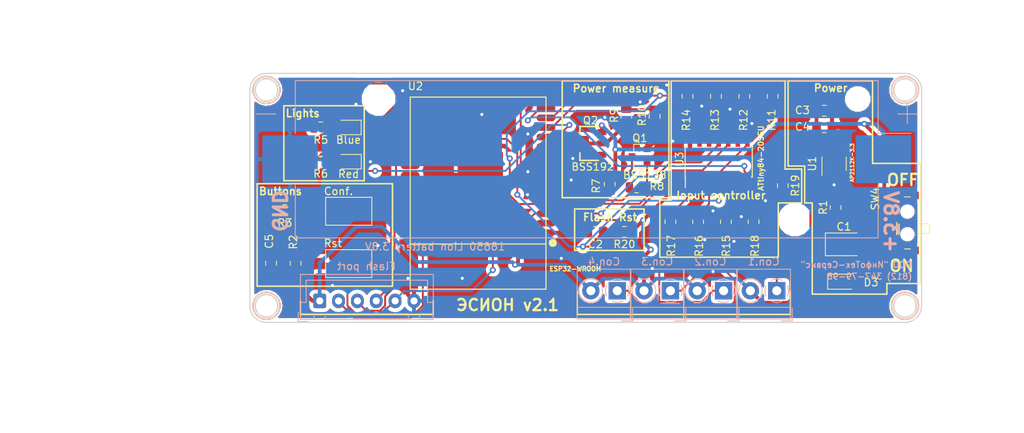
<source format=kicad_pcb>
(kicad_pcb (version 20171130) (host pcbnew 5.0.2-bee76a0~70~ubuntu18.04.1)
  (layers (0 F.Cu signal) (31 B.Cu signal) (34 B.Paste user) (35 F.Paste user) (36 B.SilkS user) (37 F.SilkS user) (38 B.Mask user) (39 F.Mask user) (44 Edge.Cuts user))
  (net 0 "")
  (net 1 GNDREF)
  (net 2 +3V3)
  (net 3 "Net-(D1-Pad2)")
  (net 4 "Net-(J2-Pad5)")
  (net 5 "Net-(J2-Pad3)")
  (net 6 "Net-(J2-Pad2)")
  (net 7 "Net-(R1-Pad2)")
  (net 8 "Net-(R3-Pad2)")
  (net 9 "Net-(U1-Pad4)")
  (net 10 "Net-(U2-Pad36)")
  (net 11 "Net-(U2-Pad33)")
  (net 12 "Net-(U2-Pad32)")
  (net 13 "Net-(U2-Pad28)")
  (net 14 "Net-(U2-Pad27)")
  (net 15 "Net-(U2-Pad21)")
  (net 16 "Net-(U2-Pad20)")
  (net 17 "Net-(U2-Pad19)")
  (net 18 "Net-(U2-Pad18)")
  (net 19 "Net-(U2-Pad17)")
  (net 20 "Net-(D2-Pad2)")
  (net 21 "Net-(SW4-Pad3)")
  (net 22 "Net-(C1-Pad1)")
  (net 23 "Net-(R19-Pad1)")
  (net 24 +3V8)
  (net 25 "Net-(C2-Pad1)")
  (net 26 "Net-(D3-Pad2)")
  (net 27 "Net-(J2-Pad4)")
  (net 28 "Net-(J5-Pad1)")
  (net 29 "Net-(J6-Pad1)")
  (net 30 "Net-(J7-Pad1)")
  (net 31 "Net-(J8-Pad1)")
  (net 32 "Net-(Q1-Pad3)")
  (net 33 "Net-(Q1-Pad1)")
  (net 34 "Net-(Q2-Pad2)")
  (net 35 "Net-(R5-Pad2)")
  (net 36 "Net-(R6-Pad1)")
  (net 37 IO25)
  (net 38 IO27)
  (net 39 "Net-(R11-Pad1)")
  (net 40 "Net-(R12-Pad1)")
  (net 41 "Net-(R13-Pad1)")
  (net 42 "Net-(R14-Pad1)")
  (net 43 "Net-(U2-Pad37)")
  (net 44 "Net-(U2-Pad31)")
  (net 45 "Net-(U2-Pad30)")
  (net 46 "Net-(U2-Pad29)")
  (net 47 "Net-(U2-Pad9)")
  (net 48 "Net-(U2-Pad8)")
  (net 49 "Net-(U3-Pad12)")
  (net 50 "Net-(U3-Pad13)")
  (net 51 "Net-(U2-Pad22)")
  (module SOT89R_INFINEON_bss192:SOT89R_INFINEON (layer F.Cu) (at 155.8 71.9 90)
    (fp_text reference Q2 (at 3.05 0.1 180) (layer F.SilkS))
    (fp_text value BSS192 (at -3.1 0.4 180) (layer F.SilkS) (effects (font (size 0.975197 0.975197))))
    (pad 4 smd rect (at 0 -1.3603 90) (size 2 2.5) (layers F.Cu F.Paste F.Mask) (net 34 "Net-(Q2-Pad2)"))
    (pad 3 smd rect (at 1.5 1.6 90) (size 0.8 1.2) (layers F.Cu F.Paste F.Mask) (net 24 +3V8))
    (pad 2 smd rect (at 0 1.6 90) (size 0.8 1.2) (layers F.Cu F.Paste F.Mask) (net 34 "Net-(Q2-Pad2)"))
    (pad 1 smd rect (at -1.5 1.6 90) (size 0.8 1.2) (layers F.Cu F.Paste F.Mask) (net 32 "Net-(Q1-Pad3)"))
  )
  (module ESP32-footprints-Lib:ESP32-WROOM (layer F.Cu) (at 141 78.5)
    (fp_text reference U2 (at -8.3 -14.2) (layer F.SilkS))
    (fp_text value ESP32-WROOM)
    (fp_text user ESP32-WROOM (at 12.9 10.05 180) (layer F.SilkS) (effects (font (size 0.6 0.6))))
    (pad 38 smd oval (at -9 5.25) (size 2.5 0.9) (layers F.Cu F.Paste F.Mask) (net 1 GNDREF))
    (pad 37 smd oval (at -9 3.98) (size 2.5 0.9) (layers F.Cu F.Paste F.Mask) (net 43 "Net-(U2-Pad37)"))
    (pad 36 smd oval (at -9 2.71) (size 2.5 0.9) (layers F.Cu F.Paste F.Mask) (net 10 "Net-(U2-Pad36)"))
    (pad 35 smd oval (at -9 1.44) (size 2.5 0.9) (layers F.Cu F.Paste F.Mask) (net 6 "Net-(J2-Pad2)"))
    (pad 34 smd oval (at -9 0.17) (size 2.5 0.9) (layers F.Cu F.Paste F.Mask) (net 5 "Net-(J2-Pad3)"))
    (pad 33 smd oval (at -9 -1.1) (size 2.5 0.9) (layers F.Cu F.Paste F.Mask) (net 11 "Net-(U2-Pad33)"))
    (pad 32 smd oval (at -9 -2.37) (size 2.5 0.9) (layers F.Cu F.Paste F.Mask) (net 12 "Net-(U2-Pad32)"))
    (pad 31 smd oval (at -9 -3.64) (size 2.5 0.9) (layers F.Cu F.Paste F.Mask) (net 44 "Net-(U2-Pad31)"))
    (pad 30 smd oval (at -9 -4.91) (size 2.5 0.9) (layers F.Cu F.Paste F.Mask) (net 45 "Net-(U2-Pad30)"))
    (pad 29 smd oval (at -9 -6.18) (size 2.5 0.9) (layers F.Cu F.Paste F.Mask) (net 46 "Net-(U2-Pad29)"))
    (pad 28 smd oval (at -9 -7.45) (size 2.5 0.9) (layers F.Cu F.Paste F.Mask) (net 13 "Net-(U2-Pad28)"))
    (pad 27 smd oval (at -9 -8.72) (size 2.5 0.9) (layers F.Cu F.Paste F.Mask) (net 14 "Net-(U2-Pad27)"))
    (pad 26 smd oval (at -9 -9.99) (size 2.5 0.9) (layers F.Cu F.Paste F.Mask) (net 36 "Net-(R6-Pad1)"))
    (pad 25 smd oval (at -9 -11.26) (size 2.5 0.9) (layers F.Cu F.Paste F.Mask) (net 27 "Net-(J2-Pad4)"))
    (pad 24 smd oval (at -5.715 -12.75) (size 0.9 2.5) (layers F.Cu F.Paste F.Mask) (net 35 "Net-(R5-Pad2)"))
    (pad 23 smd oval (at -4.445 -12.75) (size 0.9 2.5) (layers F.Cu F.Paste F.Mask) (net 25 "Net-(C2-Pad1)"))
    (pad 22 smd oval (at -3.175 -12.75) (size 0.9 2.5) (layers F.Cu F.Paste F.Mask) (net 51 "Net-(U2-Pad22)"))
    (pad 21 smd oval (at -1.905 -12.75) (size 0.9 2.5) (layers F.Cu F.Paste F.Mask) (net 15 "Net-(U2-Pad21)"))
    (pad 20 smd oval (at -0.635 -12.75) (size 0.9 2.5) (layers F.Cu F.Paste F.Mask) (net 16 "Net-(U2-Pad20)"))
    (pad 19 smd oval (at 0.635 -12.75) (size 0.9 2.5) (layers F.Cu F.Paste F.Mask) (net 17 "Net-(U2-Pad19)"))
    (pad 18 smd oval (at 1.905 -12.75) (size 0.9 2.5) (layers F.Cu F.Paste F.Mask) (net 18 "Net-(U2-Pad18)"))
    (pad 17 smd oval (at 3.175 -12.75) (size 0.9 2.5) (layers F.Cu F.Paste F.Mask) (net 19 "Net-(U2-Pad17)"))
    (pad 16 smd oval (at 4.445 -12.75) (size 0.9 2.5) (layers F.Cu F.Paste F.Mask) (net 39 "Net-(R11-Pad1)"))
    (pad 15 smd oval (at 5.715 -12.75) (size 0.9 2.5) (layers F.Cu F.Paste F.Mask) (net 1 GNDREF))
    (pad 14 smd oval (at 9 -11.26) (size 2.5 0.9) (layers F.Cu F.Paste F.Mask) (net 23 "Net-(R19-Pad1)"))
    (pad 13 smd oval (at 9 -9.99) (size 2.5 0.9) (layers F.Cu F.Paste F.Mask) (net 40 "Net-(R12-Pad1)"))
    (pad 12 smd oval (at 9 -8.72) (size 2.5 0.9) (layers F.Cu F.Paste F.Mask) (net 38 IO27))
    (pad 11 smd oval (at 9 -7.45) (size 2.5 0.9) (layers F.Cu F.Paste F.Mask) (net 8 "Net-(R3-Pad2)"))
    (pad 10 smd oval (at 9 -6.18) (size 2.5 0.9) (layers F.Cu F.Paste F.Mask) (net 37 IO25))
    (pad 9 smd oval (at 9 -4.91) (size 2.5 0.9) (layers F.Cu F.Paste F.Mask) (net 47 "Net-(U2-Pad9)"))
    (pad 8 smd oval (at 9 -3.64) (size 2.5 0.9) (layers F.Cu F.Paste F.Mask) (net 48 "Net-(U2-Pad8)"))
    (pad 7 smd oval (at 9 -2.37) (size 2.5 0.9) (layers F.Cu F.Paste F.Mask) (net 41 "Net-(R13-Pad1)"))
    (pad 6 smd oval (at 9 -1.1) (size 2.5 0.9) (layers F.Cu F.Paste F.Mask) (net 42 "Net-(R14-Pad1)"))
    (pad 5 smd oval (at 9 0.17) (size 2.5 0.9) (layers F.Cu F.Paste F.Mask) (net 39 "Net-(R11-Pad1)"))
    (pad 4 smd oval (at 9 1.44) (size 2.5 0.9) (layers F.Cu F.Paste F.Mask) (net 40 "Net-(R12-Pad1)"))
    (pad 3 smd oval (at 9 2.71) (size 2.5 0.9) (layers F.Cu F.Paste F.Mask) (net 4 "Net-(J2-Pad5)"))
    (pad 2 smd oval (at 9 3.98) (size 2.5 0.9) (layers F.Cu F.Paste F.Mask) (net 2 +3V3))
    (pad 1 smd oval (at 9 5.25) (size 2.5 0.9) (layers F.Cu F.Paste F.Mask) (net 1 GNDREF))
    (pad 39 smd rect (at 0.3 -2.45) (size 6 6) (layers F.Cu F.Paste F.Mask) (net 1 GNDREF))
  )
  (module Diode_SMD:D_PowerDI-123 (layer F.Cu) (at 189.55 90.25)
    (fp_text reference D3 (at 3.55 0.1) (layer F.SilkS))
    (fp_text value MBR120)
    (pad 2 smd rect (at 1.525 0 180) (size 1.05 1.5) (layers F.Cu F.Paste F.Mask) (net 26 "Net-(D3-Pad2)"))
    (pad 1 smd rect (at -0.85 0 180) (size 2.4 1.5) (layers F.Cu F.Paste F.Mask) (net 22 "Net-(C1-Pad1)"))
  )
  (module Capacitor_Tantalum_SMD:CP_EIA-3528-21_Kemet-B (layer F.Cu) (at 189.5 85.3)
    (fp_text reference C1 (at 0 -2.35) (layer F.SilkS))
    (fp_text value 10uF/10V)
    (pad 1 smd roundrect (at -1.5375 0) (size 1.325 2.35) (layers F.Cu F.Paste F.Mask) (roundrect_rratio 0.188679) (net 22 "Net-(C1-Pad1)"))
    (pad 2 smd roundrect (at 1.5375 0) (size 1.325 2.35) (layers F.Cu F.Paste F.Mask) (roundrect_rratio 0.188679) (net 1 GNDREF))
  )
  (module Capacitor_SMD:C_0805_2012Metric_Pad1.15x1.40mm_HandSolder (layer F.Cu) (at 156.569055 83.639924 180)
    (fp_text reference C2 (at 0 -1.65 180) (layer F.SilkS))
    (fp_text value 100nF)
    (pad 2 smd roundrect (at 1.025 0 180) (size 1.15 1.4) (layers F.Cu F.Paste F.Mask) (roundrect_rratio 0.217391) (net 1 GNDREF))
    (pad 1 smd roundrect (at -1.025 0 180) (size 1.15 1.4) (layers F.Cu F.Paste F.Mask) (roundrect_rratio 0.217391) (net 25 "Net-(C2-Pad1)"))
  )
  (module Capacitor_SMD:C_0805_2012Metric_Pad1.15x1.40mm_HandSolder (layer F.Cu) (at 186.895205 67.55502 180)
    (fp_text reference C3 (at 2.895205 0.05502 180) (layer F.SilkS))
    (fp_text value 0.1mF)
    (pad 2 smd roundrect (at 1.025 0 180) (size 1.15 1.4) (layers F.Cu F.Paste F.Mask) (roundrect_rratio 0.217391) (net 2 +3V3))
    (pad 1 smd roundrect (at -1.025 0 180) (size 1.15 1.4) (layers F.Cu F.Paste F.Mask) (roundrect_rratio 0.217391) (net 1 GNDREF))
  )
  (module Capacitor_SMD:C_0805_2012Metric_Pad1.15x1.40mm_HandSolder (layer F.Cu) (at 186.895205 69.75502)
    (fp_text reference C4 (at -2.895205 -0.05502) (layer F.SilkS))
    (fp_text value 10mF)
    (pad 1 smd roundrect (at -1.025 0) (size 1.15 1.4) (layers F.Cu F.Paste F.Mask) (roundrect_rratio 0.217391) (net 2 +3V3))
    (pad 2 smd roundrect (at 1.025 0) (size 1.15 1.4) (layers F.Cu F.Paste F.Mask) (roundrect_rratio 0.217391) (net 1 GNDREF))
  )
  (module Capacitor_SMD:C_0805_2012Metric_Pad1.15x1.40mm_HandSolder (layer F.Cu) (at 113.55 87.8 270)
    (fp_text reference C5 (at -2.9 0.25 270) (layer F.SilkS))
    (fp_text value 0.1uF)
    (pad 1 smd roundrect (at -1.025 0 270) (size 1.15 1.4) (layers F.Cu F.Paste F.Mask) (roundrect_rratio 0.217391) (net 2 +3V3))
    (pad 2 smd roundrect (at 1.025 0 270) (size 1.15 1.4) (layers F.Cu F.Paste F.Mask) (roundrect_rratio 0.217391) (net 1 GNDREF))
  )
  (module LED_SMD:LED_0805_2012Metric (layer F.Cu) (at 123.815756 69.775857 180)
    (fp_text reference Blue (at 0 -1.65 180) (layer F.SilkS))
    (fp_text value Blue)
    (pad 2 smd roundrect (at 0.9375 0 180) (size 0.975 1.4) (layers F.Cu F.Paste F.Mask) (net 3 "Net-(D1-Pad2)"))
    (pad 1 smd roundrect (at -0.9375 0 180) (size 0.975 1.4) (layers F.Cu F.Paste F.Mask) (net 1 GNDREF))
  )
  (module LED_SMD:LED_0805_2012Metric (layer F.Cu) (at 123.826466 74.325592 180)
    (fp_text reference Red (at 0 -1.65 180) (layer F.SilkS))
    (fp_text value Red)
    (pad 1 smd roundrect (at -0.9375 0 180) (size 0.975 1.4) (layers F.Cu F.Paste F.Mask) (net 1 GNDREF))
    (pad 2 smd roundrect (at 0.9375 0 180) (size 0.975 1.4) (layers F.Cu F.Paste F.Mask) (net 20 "Net-(D2-Pad2)"))
  )
  (module Connector_JST:JST_XH_B06B-XH-A_1x06_P2.50mm_Vertical (layer B.Cu) (at 120 92.8)
    (fp_text reference "Flash port" (at 6.2 -4.6) (layer B.SilkS) (effects (justify mirror)))
    (fp_text value "ESP Flash")
    (pad 1 thru_hole roundrect (at 0 0) (size 1.7 1.95) (drill 0.95) (layers *.Cu *.Mask) (roundrect_rratio 0.147059) (net 2 +3V3))
    (pad 2 thru_hole oval (at 2.5 0) (size 1.7 1.95) (drill 0.95) (layers *.Cu *.Mask) (net 6 "Net-(J2-Pad2)"))
    (pad 3 thru_hole oval (at 5 0) (size 1.7 1.95) (drill 0.95) (layers *.Cu *.Mask) (net 5 "Net-(J2-Pad3)"))
    (pad 4 thru_hole oval (at 7.5 0) (size 1.7 1.95) (drill 0.95) (layers *.Cu *.Mask) (net 27 "Net-(J2-Pad4)"))
    (pad 5 thru_hole oval (at 10 0) (size 1.7 1.95) (drill 0.95) (layers *.Cu *.Mask) (net 4 "Net-(J2-Pad5)"))
    (pad 6 thru_hole oval (at 12.5 0) (size 1.7 1.95) (drill 0.95) (layers *.Cu *.Mask) (net 1 GNDREF))
  )
  (module Package_TO_SOT_SMD:SOT-23 (layer F.Cu) (at 162.4 73.6 180)
    (fp_text reference Q1 (at -0.05 2.4 180) (layer F.SilkS))
    (fp_text value BSS138 (at -0.7 -2.5 180) (layer F.SilkS))
    (pad 3 smd rect (at 1 0 180) (size 0.9 0.8) (layers F.Cu F.Paste F.Mask) (net 32 "Net-(Q1-Pad3)"))
    (pad 2 smd rect (at -1 0.95 180) (size 0.9 0.8) (layers F.Cu F.Paste F.Mask) (net 1 GNDREF))
    (pad 1 smd rect (at -1 -0.95 180) (size 0.9 0.8) (layers F.Cu F.Paste F.Mask) (net 33 "Net-(Q1-Pad1)"))
  )
  (module Resistor_SMD:R_0805_2012Metric (layer F.Cu) (at 188.4 80.4 90)
    (fp_text reference R1 (at 0 -1.65 90) (layer F.SilkS))
    (fp_text value 10K)
    (pad 2 smd roundrect (at 0.9375 0 90) (size 0.975 1.4) (layers F.Cu F.Paste F.Mask) (net 7 "Net-(R1-Pad2)"))
    (pad 1 smd roundrect (at -0.9375 0 90) (size 0.975 1.4) (layers F.Cu F.Paste F.Mask) (net 22 "Net-(C1-Pad1)"))
  )
  (module Resistor_SMD:R_0805_2012Metric (layer F.Cu) (at 116.8 87.8 270)
    (fp_text reference R2 (at -2.8 0.3 270) (layer F.SilkS))
    (fp_text value 10K)
    (pad 2 smd roundrect (at 0.9375 0 270) (size 0.975 1.4) (layers F.Cu F.Paste F.Mask) (net 4 "Net-(J2-Pad5)"))
    (pad 1 smd roundrect (at -0.9375 0 270) (size 0.975 1.4) (layers F.Cu F.Paste F.Mask) (net 2 +3V3))
  )
  (module Resistor_SMD:R_0805_2012Metric (layer F.Cu) (at 115.35 80.75)
    (fp_text reference R3 (at 0.033297 1.7) (layer F.SilkS))
    (fp_text value 10K)
    (pad 1 smd roundrect (at -0.9375 0) (size 0.975 1.4) (layers F.Cu F.Paste F.Mask) (net 1 GNDREF))
    (pad 2 smd roundrect (at 0.9375 0) (size 0.975 1.4) (layers F.Cu F.Paste F.Mask) (net 8 "Net-(R3-Pad2)"))
  )
  (module Resistor_SMD:R_0805_2012Metric (layer F.Cu) (at 120.153256 69.775857 180)
    (fp_text reference R5 (at 0 -1.65 180) (layer F.SilkS))
    (fp_text value 220)
    (pad 1 smd roundrect (at -0.9375 0 180) (size 0.975 1.4) (layers F.Cu F.Paste F.Mask) (net 3 "Net-(D1-Pad2)"))
    (pad 2 smd roundrect (at 0.9375 0 180) (size 0.975 1.4) (layers F.Cu F.Paste F.Mask) (net 35 "Net-(R5-Pad2)"))
  )
  (module Resistor_SMD:R_0805_2012Metric (layer F.Cu) (at 120.126466 74.325592)
    (fp_text reference R6 (at 0 1.6) (layer F.SilkS))
    (fp_text value 220)
    (pad 1 smd roundrect (at -0.9375 0) (size 0.975 1.4) (layers F.Cu F.Paste F.Mask) (net 36 "Net-(R6-Pad1)"))
    (pad 2 smd roundrect (at 0.9375 0) (size 0.975 1.4) (layers F.Cu F.Paste F.Mask) (net 20 "Net-(D2-Pad2)"))
  )
  (module Resistor_SMD:R_0805_2012Metric (layer F.Cu) (at 158.45 77.3 270)
    (fp_text reference R7 (at 0.25 1.8 270) (layer F.SilkS))
    (fp_text value 20K)
    (pad 2 smd roundrect (at 0.9375 0 270) (size 0.975 1.4) (layers F.Cu F.Paste F.Mask) (net 32 "Net-(Q1-Pad3)"))
    (pad 1 smd roundrect (at -0.9375 0 270) (size 0.975 1.4) (layers F.Cu F.Paste F.Mask) (net 24 +3V8))
  )
  (module Resistor_SMD:R_0805_2012Metric (layer F.Cu) (at 162 77.733297)
    (fp_text reference R8 (at 2.7 -0.133297) (layer F.SilkS))
    (fp_text value 100)
    (pad 1 smd roundrect (at -0.9375 0) (size 0.975 1.4) (layers F.Cu F.Paste F.Mask) (net 37 IO25))
    (pad 2 smd roundrect (at 0.9375 0) (size 0.975 1.4) (layers F.Cu F.Paste F.Mask) (net 33 "Net-(Q1-Pad1)"))
  )
  (module Resistor_SMD:R_0805_2012Metric (layer F.Cu) (at 160.65 68.3 90)
    (fp_text reference R9 (at 0.1 -1.6 90) (layer F.SilkS))
    (fp_text value 4.7K)
    (pad 2 smd roundrect (at 0.9375 0 90) (size 0.975 1.4) (layers F.Cu F.Paste F.Mask) (net 38 IO27))
    (pad 1 smd roundrect (at -0.9375 0 90) (size 0.975 1.4) (layers F.Cu F.Paste F.Mask) (net 34 "Net-(Q2-Pad2)"))
  )
  (module Resistor_SMD:R_0805_2012Metric (layer F.Cu) (at 164.4 68.3 270)
    (fp_text reference R10 (at -0.15 1.666703 270) (layer F.SilkS))
    (fp_text value 20k)
    (pad 1 smd roundrect (at -0.9375 0 270) (size 0.975 1.4) (layers F.Cu F.Paste F.Mask) (net 38 IO27))
    (pad 2 smd roundrect (at 0.9375 0 270) (size 0.975 1.4) (layers F.Cu F.Paste F.Mask) (net 1 GNDREF))
  )
  (module Resistor_SMD:R_0805_2012Metric (layer F.Cu) (at 180.064062 65.64003 90)
    (fp_text reference R11 (at -3.15997 -0.164062 90) (layer F.SilkS))
    (fp_text value 10K)
    (pad 2 smd roundrect (at 0.9375 0 90) (size 0.975 1.4) (layers F.Cu F.Paste F.Mask) (net 1 GNDREF))
    (pad 1 smd roundrect (at -0.9375 0 90) (size 0.975 1.4) (layers F.Cu F.Paste F.Mask) (net 39 "Net-(R11-Pad1)"))
  )
  (module Resistor_SMD:R_0805_2012Metric (layer F.Cu) (at 176.297394 65.64003 90)
    (fp_text reference R12 (at -3.15997 -0.097394 90) (layer F.SilkS))
    (fp_text value 10K)
    (pad 1 smd roundrect (at -0.9375 0 90) (size 0.975 1.4) (layers F.Cu F.Paste F.Mask) (net 40 "Net-(R12-Pad1)"))
    (pad 2 smd roundrect (at 0.9375 0 90) (size 0.975 1.4) (layers F.Cu F.Paste F.Mask) (net 1 GNDREF))
  )
  (module Resistor_SMD:R_0805_2012Metric (layer F.Cu) (at 172.530728 65.64003 90)
    (fp_text reference R13 (at -3.15997 -0.130728 90) (layer F.SilkS))
    (fp_text value 10K)
    (pad 1 smd roundrect (at -0.9375 0 90) (size 0.975 1.4) (layers F.Cu F.Paste F.Mask) (net 41 "Net-(R13-Pad1)"))
    (pad 2 smd roundrect (at 0.9375 0 90) (size 0.975 1.4) (layers F.Cu F.Paste F.Mask) (net 1 GNDREF))
  )
  (module Resistor_SMD:R_0805_2012Metric (layer F.Cu) (at 168.764062 65.64003 90)
    (fp_text reference R14 (at -3.15997 -0.164062 90) (layer F.SilkS))
    (fp_text value 10K)
    (pad 1 smd roundrect (at -0.9375 0 90) (size 0.975 1.4) (layers F.Cu F.Paste F.Mask) (net 42 "Net-(R14-Pad1)"))
    (pad 2 smd roundrect (at 0.9375 0 90) (size 0.975 1.4) (layers F.Cu F.Paste F.Mask) (net 1 GNDREF))
  )
  (module Resistor_SMD:R_0805_2012Metric (layer F.Cu) (at 173.85 82.3 270)
    (fp_text reference R15 (at 3.2 -0.05 270) (layer F.SilkS))
    (fp_text value 10K)
    (pad 1 smd roundrect (at -0.9375 0 270) (size 0.975 1.4) (layers F.Cu F.Paste F.Mask) (net 31 "Net-(J8-Pad1)"))
    (pad 2 smd roundrect (at 0.9375 0 270) (size 0.975 1.4) (layers F.Cu F.Paste F.Mask) (net 1 GNDREF))
  )
  (module Resistor_SMD:R_0805_2012Metric (layer F.Cu) (at 170.175 82.3 270)
    (fp_text reference R16 (at 3.2 -0.125 270) (layer F.SilkS))
    (fp_text value 10K)
    (pad 2 smd roundrect (at 0.9375 0 270) (size 0.975 1.4) (layers F.Cu F.Paste F.Mask) (net 1 GNDREF))
    (pad 1 smd roundrect (at -0.9375 0 270) (size 0.975 1.4) (layers F.Cu F.Paste F.Mask) (net 30 "Net-(J7-Pad1)"))
  )
  (module Resistor_SMD:R_0805_2012Metric (layer F.Cu) (at 166.5 82.3 270)
    (fp_text reference R17 (at 3.2 -0.1 270) (layer F.SilkS))
    (fp_text value 10K)
    (pad 2 smd roundrect (at 0.9375 0 270) (size 0.975 1.4) (layers F.Cu F.Paste F.Mask) (net 1 GNDREF))
    (pad 1 smd roundrect (at -0.9375 0 270) (size 0.975 1.4) (layers F.Cu F.Paste F.Mask) (net 29 "Net-(J6-Pad1)"))
  )
  (module Resistor_SMD:R_0805_2012Metric (layer F.Cu) (at 177.525 82.3 270)
    (fp_text reference R18 (at 3.2 -0.175 270) (layer F.SilkS))
    (fp_text value 10K)
    (pad 1 smd roundrect (at -0.9375 0 270) (size 0.975 1.4) (layers F.Cu F.Paste F.Mask) (net 28 "Net-(J5-Pad1)"))
    (pad 2 smd roundrect (at 0.9375 0 270) (size 0.975 1.4) (layers F.Cu F.Paste F.Mask) (net 1 GNDREF))
  )
  (module Resistor_SMD:R_0805_2012Metric (layer F.Cu) (at 181.4 77.5 270)
    (fp_text reference R19 (at 0 -1.65 270) (layer F.SilkS))
    (fp_text value R)
    (pad 2 smd roundrect (at 0.9375 0 270) (size 0.975 1.4) (layers F.Cu F.Paste F.Mask) (net 1 GNDREF))
    (pad 1 smd roundrect (at -0.9375 0 270) (size 0.975 1.4) (layers F.Cu F.Paste F.Mask) (net 23 "Net-(R19-Pad1)"))
  )
  (module Resistor_SMD:R_0805_2012Metric (layer F.Cu) (at 160.4 83.639924 180)
    (fp_text reference R20 (at 0 -1.65 180) (layer F.SilkS))
    (fp_text value 220)
    (pad 2 smd roundrect (at 0.9375 0 180) (size 0.975 1.4) (layers F.Cu F.Paste F.Mask) (net 25 "Net-(C2-Pad1)"))
    (pad 1 smd roundrect (at -0.9375 0 180) (size 0.975 1.4) (layers F.Cu F.Paste F.Mask) (net 2 +3V3))
  )
  (module Button_Switch_SMD:SW_SPST_CK_RS282G05A3 (layer F.Cu) (at 123.85 87.85 180)
    (fp_text reference Rst (at 2.1 2.7 180) (layer F.SilkS))
    (fp_text value Reset)
    (pad 2 smd rect (at 3.9 0 180) (size 1.5 1.5) (layers F.Cu F.Paste F.Mask) (net 4 "Net-(J2-Pad5)"))
    (pad 1 smd rect (at -3.9 0 180) (size 1.5 1.5) (layers F.Cu F.Paste F.Mask) (net 1 GNDREF))
  )
  (module Button_Switch_SMD:SW_SPST_CK_RS282G05A3 (layer F.Cu) (at 123.85 80.9 180)
    (fp_text reference Conf. (at 1.35 2.65 180) (layer F.SilkS))
    (fp_text value Configure)
    (pad 1 smd rect (at -3.9 0 180) (size 1.5 1.5) (layers F.Cu F.Paste F.Mask) (net 2 +3V3))
    (pad 2 smd rect (at 3.9 0 180) (size 1.5 1.5) (layers F.Cu F.Paste F.Mask) (net 8 "Net-(R3-Pad2)"))
  )
  (module Button_Switch_SMD:SW_SPDT_PCM12 (layer F.Cu) (at 197.6 82.45 90)
    (fp_text reference SW4 (at 3.2 -3.95 90) (layer F.SilkS))
    (fp_text value POWER)
    (pad "" np_thru_hole circle (at -1.5 0.33 90) (size 0.9 0.9) (drill 0.9) (layers *.Cu *.Mask))
    (pad "" np_thru_hole circle (at 1.5 0.33 90) (size 0.9 0.9) (drill 0.9) (layers *.Cu *.Mask))
    (pad 1 smd rect (at -2.25 -1.43 90) (size 0.7 1.5) (layers F.Cu F.Paste F.Mask) (net 26 "Net-(D3-Pad2)"))
    (pad 2 smd rect (at 0.75 -1.43 90) (size 0.7 1.5) (layers F.Cu F.Paste F.Mask) (net 24 +3V8))
    (pad 3 smd rect (at 2.25 -1.43 90) (size 0.7 1.5) (layers F.Cu F.Paste F.Mask) (net 21 "Net-(SW4-Pad3)"))
    (pad "" smd rect (at -3.65 1.43 90) (size 1 0.8) (layers F.Cu F.Paste F.Mask))
    (pad "" smd rect (at 3.65 1.43 90) (size 1 0.8) (layers F.Cu F.Paste F.Mask))
    (pad "" smd rect (at 3.65 -0.78 90) (size 1 0.8) (layers F.Cu F.Paste F.Mask))
    (pad "" smd rect (at -3.65 -0.78 90) (size 1 0.8) (layers F.Cu F.Paste F.Mask))
  )
  (module Package_TO_SOT_SMD:SOT-23-5 (layer F.Cu) (at 188.2 74.6 90)
    (fp_text reference U1 (at 0 -2.9 90) (layer F.SilkS))
    (fp_text value AP2112K-3.3 (at 0.15 2.4 90) (layer F.SilkS) (effects (font (size 0.5 0.5) (thickness 0.125))))
    (pad 1 smd rect (at -1.1 -0.95 90) (size 1.06 0.65) (layers F.Cu F.Paste F.Mask) (net 22 "Net-(C1-Pad1)"))
    (pad 2 smd rect (at -1.1 0 90) (size 1.06 0.65) (layers F.Cu F.Paste F.Mask) (net 1 GNDREF))
    (pad 3 smd rect (at -1.1 0.95 90) (size 1.06 0.65) (layers F.Cu F.Paste F.Mask) (net 7 "Net-(R1-Pad2)"))
    (pad 4 smd rect (at 1.1 0.95 90) (size 1.06 0.65) (layers F.Cu F.Paste F.Mask) (net 9 "Net-(U1-Pad4)"))
    (pad 5 smd rect (at 1.1 -0.95 90) (size 1.06 0.65) (layers F.Cu F.Paste F.Mask) (net 2 +3V3))
  )
  (module Package_SO:SOIC-14_3.9x8.7mm_P1.27mm (layer F.Cu) (at 172.9 74.3 90)
    (fp_text reference U3 (at 0.3 -5.2 90) (layer F.SilkS))
    (fp_text value ATtiny84-20SSU (at 0.45 5.6 270) (layer F.SilkS) (effects (font (size 0.7 0.7))))
    (pad 1 smd rect (at -2.7 -3.81 90) (size 1.5 0.6) (layers F.Cu F.Paste F.Mask) (net 2 +3V3))
    (pad 2 smd rect (at -2.7 -2.54 90) (size 1.5 0.6) (layers F.Cu F.Paste F.Mask) (net 29 "Net-(J6-Pad1)"))
    (pad 3 smd rect (at -2.7 -1.27 90) (size 1.5 0.6) (layers F.Cu F.Paste F.Mask) (net 30 "Net-(J7-Pad1)"))
    (pad 4 smd rect (at -2.7 0 90) (size 1.5 0.6) (layers F.Cu F.Paste F.Mask) (net 25 "Net-(C2-Pad1)"))
    (pad 5 smd rect (at -2.7 1.27 90) (size 1.5 0.6) (layers F.Cu F.Paste F.Mask) (net 31 "Net-(J8-Pad1)"))
    (pad 6 smd rect (at -2.7 2.54 90) (size 1.5 0.6) (layers F.Cu F.Paste F.Mask) (net 28 "Net-(J5-Pad1)"))
    (pad 7 smd rect (at -2.7 3.81 90) (size 1.5 0.6) (layers F.Cu F.Paste F.Mask) (net 23 "Net-(R19-Pad1)"))
    (pad 8 smd rect (at 2.7 3.81 90) (size 1.5 0.6) (layers F.Cu F.Paste F.Mask) (net 39 "Net-(R11-Pad1)"))
    (pad 9 smd rect (at 2.7 2.54 90) (size 1.5 0.6) (layers F.Cu F.Paste F.Mask) (net 40 "Net-(R12-Pad1)"))
    (pad 10 smd rect (at 2.7 1.27 90) (size 1.5 0.6) (layers F.Cu F.Paste F.Mask) (net 41 "Net-(R13-Pad1)"))
    (pad 11 smd rect (at 2.7 0 90) (size 1.5 0.6) (layers F.Cu F.Paste F.Mask) (net 42 "Net-(R14-Pad1)"))
    (pad 12 smd rect (at 2.7 -1.27 90) (size 1.5 0.6) (layers F.Cu F.Paste F.Mask) (net 49 "Net-(U3-Pad12)"))
    (pad 13 smd rect (at 2.7 -2.54 90) (size 1.5 0.6) (layers F.Cu F.Paste F.Mask) (net 50 "Net-(U3-Pad13)"))
    (pad 14 smd rect (at 2.7 -3.81 90) (size 1.5 0.6) (layers F.Cu F.Paste F.Mask) (net 1 GNDREF))
  )
  (module Battery:BatteryHolder_Keystone_1042_1x18650 (layer B.Cu) (at 155.4 74 180)
    (fp_text reference "18650 Lion battery 3.8V" (at 20.1 -11.6 180) (layer B.SilkS) (effects (justify mirror)))
    (fp_text value Battery_Cell)
    (pad 1 smd rect (at -39.33 0 180) (size 7.34 6.35) (layers B.Cu B.Paste B.Mask) (net 24 +3V8))
    (pad 2 smd rect (at 39.33 0 180) (size 7.34 6.35) (layers B.Cu B.Paste B.Mask) (net 1 GNDREF))
    (pad "" np_thru_hole circle (at 27.6 8 180) (size 3.45 3.45) (drill 3.45) (layers *.Cu *.Mask))
    (pad "" np_thru_hole circle (at -27.6 -8 180) (size 3.45 3.45) (drill 3.45) (layers *.Cu *.Mask))
    (pad "" np_thru_hole circle (at -35.93 8 180) (size 2.39 2.39) (drill 2.39) (layers *.Cu *.Mask))
  )
  (module TerminalBlock_MetzConnect:TerminalBlock_MetzConnect_Type059_RT06302HBWC_1x02_P3.50mm_Horizontal (layer B.Cu) (at 180.6 91.45 180)
    (fp_text reference Con.1 (at 1.75 3.86 180) (layer B.SilkS) (effects (justify mirror)))
    (fp_text value "Connector 1")
    (pad 1 thru_hole rect (at 0 0 180) (size 2.3 2.3) (drill 1.2) (layers *.Cu *.Mask) (net 28 "Net-(J5-Pad1)"))
    (pad 2 thru_hole circle (at 3.5 0 180) (size 2.3 2.3) (drill 1.2) (layers *.Cu *.Mask) (net 2 +3V3))
  )
  (module TerminalBlock_MetzConnect:TerminalBlock_MetzConnect_Type059_RT06302HBWC_1x02_P3.50mm_Horizontal (layer B.Cu) (at 173.55 91.45 180)
    (fp_text reference Con.2 (at 1.75 3.86 180) (layer B.SilkS) (effects (justify mirror)))
    (fp_text value "Connector 2")
    (pad 2 thru_hole circle (at 3.5 0 180) (size 2.3 2.3) (drill 1.2) (layers *.Cu *.Mask) (net 2 +3V3))
    (pad 1 thru_hole rect (at 0 0 180) (size 2.3 2.3) (drill 1.2) (layers *.Cu *.Mask) (net 29 "Net-(J6-Pad1)"))
  )
  (module TerminalBlock_MetzConnect:TerminalBlock_MetzConnect_Type059_RT06302HBWC_1x02_P3.50mm_Horizontal (layer B.Cu) (at 166.5 91.45 180)
    (fp_text reference Con.3 (at 1.75 3.86 180) (layer B.SilkS) (effects (justify mirror)))
    (fp_text value "Connector 3")
    (pad 1 thru_hole rect (at 0 0 180) (size 2.3 2.3) (drill 1.2) (layers *.Cu *.Mask) (net 30 "Net-(J7-Pad1)"))
    (pad 2 thru_hole circle (at 3.5 0 180) (size 2.3 2.3) (drill 1.2) (layers *.Cu *.Mask) (net 2 +3V3))
  )
  (module TerminalBlock_MetzConnect:TerminalBlock_MetzConnect_Type059_RT06302HBWC_1x02_P3.50mm_Horizontal (layer B.Cu) (at 159.45 91.45 180)
    (fp_text reference Con.4 (at 1.75 3.86 180) (layer B.SilkS) (effects (justify mirror)))
    (fp_text value "Connector 4")
    (pad 2 thru_hole circle (at 3.5 0 180) (size 2.3 2.3) (drill 1.2) (layers *.Cu *.Mask) (net 2 +3V3))
    (pad 1 thru_hole rect (at 0 0 180) (size 2.3 2.3) (drill 1.2) (layers *.Cu *.Mask) (net 31 "Net-(J8-Pad1)"))
  )
  (gr_text "(812) 347-79-98" (at 192.9 89.55) (layer B.SilkS) (effects (font (size 0.8 0.8)) (justify mirror)))
  (gr_text "ООО \"ИнфоТек-Сервис\"" (at 191.15 88) (layer B.SilkS) (effects (font (size 0.8 0.8)) (justify mirror)))
  (gr_line (start 112.95 62.6) (end 197.65 62.6) (layer Edge.Cuts) (width 0.15))
  (gr_line (start 110.750568 93.450013) (end 110.750568 64.750013) (layer Edge.Cuts) (width 0.15))
  (gr_line (start 197.6 95.65) (end 112.95 95.65) (layer Edge.Cuts) (width 0.15))
  (gr_line (start 199.8 64.8) (end 199.8 93.45) (layer Edge.Cuts) (width 0.15))
  (gr_text Lights (at 117.75 67.9) (layer F.SilkS) (effects (font (size 1 1) (thickness 0.2))))
  (gr_line (start 115.25 66.9) (end 115.25 76.85) (layer F.SilkS) (width 0.2))
  (gr_line (start 125.9 66.9) (end 115.25 66.9) (layer F.SilkS) (width 0.2))
  (gr_line (start 125.9 76.85) (end 125.9 66.9) (layer F.SilkS) (width 0.2))
  (gr_line (start 115.25 76.85) (end 125.9 76.85) (layer F.SilkS) (width 0.2))
  (gr_text Buttons (at 114.8 78.25) (layer F.SilkS) (effects (font (size 1 1) (thickness 0.2))))
  (gr_line (start 111.7 90.85) (end 111.7 77.25) (layer F.SilkS) (width 0.2))
  (gr_line (start 129.65 90.85) (end 111.7 90.85) (layer F.SilkS) (width 0.2))
  (gr_line (start 129.65 77.25) (end 129.65 90.85) (layer F.SilkS) (width 0.2))
  (gr_line (start 111.7 77.25) (end 129.65 77.25) (layer F.SilkS) (width 0.2))
  (gr_text OFF (at 197.3 76.75) (layer F.SilkS) (effects (font (size 1.5 1.5) (thickness 0.3))))
  (gr_text ON (at 197.15 88.15) (layer F.SilkS) (effects (font (size 1.5 1.5) (thickness 0.3))))
  (gr_line (start 195.2 90.5) (end 199.7 90.5) (layer F.SilkS) (width 0.2))
  (gr_line (start 195.2 91.9) (end 195.2 90.5) (layer F.SilkS) (width 0.2))
  (gr_line (start 185.3 91.9) (end 195.2 91.9) (layer F.SilkS) (width 0.2))
  (gr_text "ЭСИОН v2.1" (at 144.9 93.35) (layer F.SilkS) (effects (font (size 1.5 1.5) (thickness 0.3))))
  (gr_line (start 182.4 91.45) (end 182.4 94.6) (layer F.SilkS) (width 0.2))
  (gr_line (start 154.15 91.45) (end 154.15 94.6) (layer F.SilkS) (width 0.2))
  (gr_line (start 154.15 94.6) (end 182.4 94.6) (layer F.SilkS) (width 0.2))
  (gr_arc (start 112.95 64.8) (end 112.95 62.6) (angle -88.69804969) (layer Edge.Cuts) (width 0.15))
  (gr_arc (start 112.95 93.45) (end 110.75 93.45) (angle -90) (layer Edge.Cuts) (width 0.15))
  (gr_arc (start 197.6 93.45) (end 197.6 95.65) (angle -90) (layer Edge.Cuts) (width 0.15))
  (gr_arc (start 197.6 64.8) (end 199.8 64.8) (angle -90) (layer Edge.Cuts) (width 0.15))
  (gr_text +3.8V (at 195.75 82.3 270) (layer B.SilkS) (effects (font (size 1.8 1.8) (thickness 0.4)) (justify mirror)))
  (gr_text GND (at 114.65 80.85 270) (layer B.SilkS) (effects (font (size 1.8 1.8) (thickness 0.4)) (justify mirror)))
  (gr_line (start 135.05 94.6) (end 135.05 92.8) (layer F.SilkS) (width 0.2))
  (gr_line (start 117.45 94.6) (end 135.05 94.6) (layer F.SilkS) (width 0.2))
  (gr_line (start 117.45 92.8) (end 117.45 94.6) (layer F.SilkS) (width 0.2))
  (gr_line (start 166.3 79.1) (end 152.15 79.1) (layer F.SilkS) (width 0.2))
  (gr_line (start 166.3 63.6) (end 152.15 63.6) (layer F.SilkS) (width 0.2))
  (gr_line (start 152.15 63.65) (end 152.15 79.1) (layer F.SilkS) (width 0.2))
  (gr_line (start 199.7 74.55) (end 199.7 83.35) (layer F.SilkS) (width 0.2))
  (gr_line (start 193.3 74.55) (end 199.7 74.55) (layer F.SilkS) (width 0.2))
  (gr_line (start 193.3 71.5) (end 193.3 74.55) (layer F.SilkS) (width 0.2))
  (gr_line (start 199.7 83.4) (end 199.7 90.5) (layer F.SilkS) (width 0.2))
  (gr_line (start 163 80.6) (end 163 80.9) (layer F.SilkS) (width 0.2))
  (gr_line (start 153.8 80.6) (end 163 80.6) (layer F.SilkS) (width 0.2))
  (gr_line (start 153.8 80.9) (end 153.8 80.6) (layer F.SilkS) (width 0.2))
  (gr_line (start 182.8 63.6) (end 193.3 63.6) (layer F.SilkS) (width 0.2))
  (gr_line (start 193.3 63.6) (end 193.3 71.5) (layer F.SilkS) (width 0.2))
  (gr_circle (center 112.95 64.8) (end 111.15 64.8) (layer B.SilkS) (width 0.2))
  (gr_circle (center 112.95 93.45) (end 114.75 93.45) (layer B.SilkS) (width 0.2))
  (gr_circle (center 197.6 93.45) (end 199.4 93.45) (layer B.SilkS) (width 0.2))
  (gr_circle (center 197.6 64.8) (end 199.4 64.8) (layer B.SilkS) (width 0.2))
  (gr_circle (center 197.6 93.45) (end 195.8 93.45) (layer F.SilkS) (width 0.2))
  (gr_circle (center 197.6 64.8) (end 195.8 64.8) (layer F.SilkS) (width 0.2))
  (gr_circle (center 112.95 93.45) (end 114.75 93.45) (layer F.SilkS) (width 0.2))
  (gr_circle (center 112.95 64.8) (end 114.75 64.8) (layer F.SilkS) (width 0.2))
  (gr_line (start 180.8 87) (end 165.1 87) (layer F.SilkS) (width 0.2))
  (gr_line (start 184.3 75) (end 184.3 79.8) (layer F.SilkS) (width 0.2))
  (gr_line (start 183.9 75.3) (end 183.9 79.8) (layer F.SilkS) (width 0.2))
  (gr_line (start 185.3 79.8) (end 185.3 91.9) (layer F.SilkS) (width 0.2))
  (gr_line (start 184.3 79.8) (end 185.3 79.8) (layer F.SilkS) (width 0.2))
  (gr_line (start 180.8 79.8) (end 180.8 87) (layer F.SilkS) (width 0.2))
  (gr_line (start 183.9 79.8) (end 180.8 79.8) (layer F.SilkS) (width 0.2))
  (gr_line (start 166.6 79.4) (end 166.6 63.6) (layer F.SilkS) (width 0.2))
  (gr_line (start 165.1 79.4) (end 165.1 80.1) (layer F.SilkS) (width 0.2))
  (gr_line (start 166.6 79.4) (end 165.1 79.4) (layer F.SilkS) (width 0.2))
  (gr_line (start 166.3 64.3) (end 166.3 63.6) (layer F.SilkS) (width 0.2))
  (gr_line (start 182.1 63.6) (end 182.8 63.6) (layer F.SilkS) (width 0.2))
  (gr_line (start 182.1 74.9) (end 182.1 63.6) (layer F.SilkS) (width 0.2))
  (gr_line (start 182.8 74.9) (end 182.1 74.9) (layer F.SilkS) (width 0.2))
  (gr_text Power (at 187.75 64.55) (layer F.SilkS) (effects (font (size 1 1) (thickness 0.2))))
  (gr_line (start 184.3 74.9) (end 182.8 74.9) (layer F.SilkS) (width 0.2))
  (gr_line (start 184.3 75) (end 184.3 74.9) (layer F.SilkS) (width 0.2))
  (gr_text "Input controller" (at 173.2 78.8) (layer F.SilkS) (effects (font (size 1 1) (thickness 0.2))))
  (gr_text "Power measure" (at 159.3 64.6) (layer F.SilkS) (effects (font (size 1 1) (thickness 0.2))))
  (gr_line (start 165.1 87) (end 165.1 80.1) (layer F.SilkS) (width 0.2))
  (gr_line (start 181.7 75.3) (end 183.9 75.3) (layer F.SilkS) (width 0.2))
  (gr_line (start 181.7 63.6) (end 181.7 75.3) (layer F.SilkS) (width 0.2))
  (gr_line (start 166.7 63.6) (end 181.7 63.6) (layer F.SilkS) (width 0.2))
  (gr_line (start 166.3 64.3) (end 166.3 79.1) (layer F.SilkS) (width 0.2))
  (gr_text "Flash Rst" (at 158.5 81.7) (layer F.SilkS) (effects (font (size 1 1) (thickness 0.2))))
  (gr_line (start 153.8 86.1) (end 153.8 80.9) (layer F.SilkS) (width 0.2))
  (gr_line (start 163 86.1) (end 153.8 86.1) (layer F.SilkS) (width 0.2))
  (gr_line (start 163 80.9) (end 163 86.1) (layer F.SilkS) (width 0.2))
  (gr_circle (center 112.95 93.45) (end 114.45 93.45) (layer Edge.Cuts) (width 0.2))
  (gr_circle (center 112.95 64.8) (end 111.45 64.8) (layer Edge.Cuts) (width 0.2))
  (gr_circle (center 197.6 93.45) (end 196.7 92.25) (layer Edge.Cuts) (width 0.2))
  (gr_circle (center 197.6 64.8) (end 199.1 64.8) (layer Edge.Cuts) (width 0.2))
  (segment (start 188.464999 74.719999) (end 188.2 74.984998) (width 0.5) (layer F.Cu) (net 1))
  (segment (start 189.835001 74.719999) (end 188.464999 74.719999) (width 0.5) (layer F.Cu) (net 1))
  (segment (start 191.0375 75.922498) (end 189.835001 74.719999) (width 0.5) (layer F.Cu) (net 1))
  (segment (start 188.2 74.984998) (end 188.2 75.7) (width 0.5) (layer F.Cu) (net 1))
  (segment (start 191.0375 85.3) (end 191.0375 75.922498) (width 0.5) (layer F.Cu) (net 1))
  (segment (start 187.920205 67.55502) (end 187.920205 69.75502) (width 0.5) (layer F.Cu) (net 1))
  (segment (start 187.920205 70.55502) (end 187.920205 69.75502) (width 0.5) (layer F.Cu) (net 1))
  (segment (start 188.025001 70.659816) (end 187.920205 70.55502) (width 0.5) (layer F.Cu) (net 1))
  (segment (start 188.025001 74.280001) (end 188.025001 70.659816) (width 0.5) (layer F.Cu) (net 1))
  (segment (start 188.464999 74.719999) (end 188.025001 74.280001) (width 0.5) (layer F.Cu) (net 1))
  (segment (start 185.067715 64.70253) (end 180.064062 64.70253) (width 0.5) (layer F.Cu) (net 1))
  (segment (start 187.920205 67.55502) (end 185.067715 64.70253) (width 0.5) (layer F.Cu) (net 1))
  (segment (start 180.064062 64.70253) (end 176.297394 64.70253) (width 0.5) (layer F.Cu) (net 1))
  (segment (start 176.297394 64.70253) (end 172.530728 64.70253) (width 0.5) (layer F.Cu) (net 1))
  (segment (start 172.530728 64.70253) (end 168.764062 64.70253) (width 0.5) (layer F.Cu) (net 1))
  (segment (start 166.5 83.2375) (end 170.175 83.2375) (width 0.5) (layer F.Cu) (net 1))
  (segment (start 177.525 83.2375) (end 175.9 81.6125) (width 0.5) (layer F.Cu) (net 1))
  (segment (start 173.85 83.825) (end 174.925 84.9) (width 0.5) (layer F.Cu) (net 1))
  (segment (start 173.85 83.2375) (end 173.85 83.825) (width 0.5) (layer F.Cu) (net 1))
  (segment (start 170.175 83.825) (end 171.05 84.7) (width 0.5) (layer F.Cu) (net 1))
  (segment (start 170.175 83.2375) (end 170.175 83.825) (width 0.5) (layer F.Cu) (net 1))
  (segment (start 175.9 81.6125) (end 175.9 81.6125) (width 0.5) (layer F.Cu) (net 1))
  (via (at 175.9 81.6125) (size 0.8) (drill 0.4) (layers F.Cu B.Cu) (net 1))
  (segment (start 174.925 84.9) (end 174.925 84.9) (width 0.5) (layer F.Cu) (net 1))
  (via (at 174.925 84.9) (size 0.8) (drill 0.4) (layers F.Cu B.Cu) (net 1))
  (segment (start 171.05 84.7) (end 171.05 84.7) (width 0.5) (layer F.Cu) (net 1))
  (via (at 171.05 84.7) (size 0.8) (drill 0.4) (layers F.Cu B.Cu) (net 1))
  (segment (start 175.9 83.925) (end 174.925 84.9) (width 0.5) (layer B.Cu) (net 1))
  (segment (start 175.9 81.6125) (end 175.9 83.925) (width 0.5) (layer B.Cu) (net 1))
  (segment (start 171.25 84.9) (end 171.05 84.7) (width 0.5) (layer B.Cu) (net 1))
  (segment (start 174.925 84.9) (end 171.25 84.9) (width 0.5) (layer B.Cu) (net 1))
  (segment (start 181.4 78.4375) (end 180.3375 79.5) (width 0.5) (layer F.Cu) (net 1))
  (segment (start 180.3375 79.5) (end 179.1 79.5) (width 0.5) (layer F.Cu) (net 1))
  (segment (start 179.1 79.5) (end 179.1 79.5) (width 0.5) (layer F.Cu) (net 1))
  (via (at 179.1 79.5) (size 0.8) (drill 0.4) (layers F.Cu B.Cu) (net 1))
  (segment (start 178.0125 79.5) (end 175.9 81.6125) (width 0.5) (layer B.Cu) (net 1))
  (segment (start 179.1 79.5) (end 178.0125 79.5) (width 0.5) (layer B.Cu) (net 1))
  (segment (start 188.2 75.7) (end 188.2 77.4) (width 0.5) (layer F.Cu) (net 1))
  (segment (start 188.2 77.4) (end 188.2 77.4) (width 0.5) (layer F.Cu) (net 1))
  (via (at 188.2 77.4) (size 0.8) (drill 0.4) (layers F.Cu B.Cu) (net 1))
  (segment (start 181.2 77.4) (end 179.1 79.5) (width 0.5) (layer B.Cu) (net 1))
  (segment (start 188.2 77.4) (end 181.2 77.4) (width 0.5) (layer B.Cu) (net 1))
  (segment (start 152.033979 87.15) (end 152.033979 87.15) (width 0.5) (layer F.Cu) (net 1))
  (segment (start 155.544055 83.639924) (end 152.033979 87.15) (width 0.5) (layer F.Cu) (net 1))
  (segment (start 152.033979 87.15) (end 149.7 87.15) (width 0.5) (layer F.Cu) (net 1))
  (via (at 152.033979 87.15) (size 0.8) (drill 0.4) (layers F.Cu B.Cu) (net 1))
  (segment (start 168.6 87.15) (end 171.05 84.7) (width 0.5) (layer B.Cu) (net 1))
  (segment (start 152.033979 87.15) (end 168.6 87.15) (width 0.5) (layer B.Cu) (net 1))
  (segment (start 149.7 88.1) (end 148 89.8) (width 0.5) (layer F.Cu) (net 1))
  (segment (start 149.7 87.15) (end 149.7 88.1) (width 0.5) (layer F.Cu) (net 1))
  (segment (start 148 89.8) (end 138.9 89.8) (width 0.5) (layer F.Cu) (net 1))
  (segment (start 138.9 89.8) (end 138.9 89.8) (width 0.5) (layer F.Cu) (net 1))
  (via (at 138.9 89.8) (size 0.8) (drill 0.4) (layers F.Cu B.Cu) (net 1))
  (via (at 131.7 89.8) (size 0.8) (drill 0.4) (layers F.Cu B.Cu) (net 1))
  (segment (start 138.9 89.8) (end 131.7 89.8) (width 0.5) (layer B.Cu) (net 1))
  (segment (start 169.09 71.6) (end 166.8 71.6) (width 0.5) (layer F.Cu) (net 1))
  (segment (start 142 74.5) (end 142 74.5) (width 0.25) (layer F.Cu) (net 1))
  (segment (start 150 86.85) (end 150 83.75) (width 0.5) (layer F.Cu) (net 1))
  (segment (start 149.7 87.15) (end 150 86.85) (width 0.5) (layer F.Cu) (net 1))
  (segment (start 131.7 84.05) (end 132 83.75) (width 0.5) (layer F.Cu) (net 1))
  (segment (start 131.7 89.8) (end 131.7 84.05) (width 0.5) (layer F.Cu) (net 1))
  (segment (start 147.665 65.75) (end 146.715 65.75) (width 0.5) (layer F.Cu) (net 1))
  (segment (start 149.268707 64.146293) (end 147.665 65.75) (width 0.5) (layer F.Cu) (net 1))
  (segment (start 168.207825 64.146293) (end 166 64.146293) (width 0.5) (layer F.Cu) (net 1))
  (segment (start 168.764062 64.70253) (end 168.207825 64.146293) (width 0.5) (layer F.Cu) (net 1))
  (segment (start 138.9 78.45) (end 141.3 76.05) (width 0.5) (layer F.Cu) (net 1))
  (segment (start 138.9 89.8) (end 138.9 86.8) (width 0.5) (layer F.Cu) (net 1))
  (via (at 166.8 71.6) (size 0.8) (drill 0.4) (layers F.Cu B.Cu) (net 1))
  (segment (start 166 64.146293) (end 149.268707 64.146293) (width 0.5) (layer F.Cu) (net 1))
  (via (at 166 64.146293) (size 0.8) (drill 0.4) (layers F.Cu B.Cu) (net 1))
  (segment (start 166.8 64.946293) (end 166 64.146293) (width 0.5) (layer B.Cu) (net 1))
  (segment (start 166.8 71.6) (end 166.8 64.946293) (width 0.5) (layer B.Cu) (net 1))
  (segment (start 115.1 74) (end 114.7 74.4) (width 0.5) (layer B.Cu) (net 1))
  (segment (start 116.07 74) (end 115.1 74) (width 0.5) (layer B.Cu) (net 1))
  (segment (start 131.7 92) (end 132.5 92.8) (width 0.5) (layer F.Cu) (net 1))
  (segment (start 131.7 89.8) (end 131.7 92) (width 0.5) (layer F.Cu) (net 1))
  (segment (start 132.5 92.8) (end 132.5 92.925) (width 0.5) (layer B.Cu) (net 1))
  (segment (start 138.9 86.8) (end 138.9 78.45) (width 0.5) (layer F.Cu) (net 1))
  (via (at 153.35 76.75) (size 0.8) (drill 0.4) (layers F.Cu B.Cu) (net 1))
  (via (at 131 64.9) (size 0.8) (drill 0.4) (layers F.Cu B.Cu) (net 1))
  (via (at 124.8 66.7) (size 0.8) (drill 0.4) (layers F.Cu B.Cu) (net 1))
  (via (at 147.55 78.7) (size 0.8) (drill 0.4) (layers F.Cu B.Cu) (net 1))
  (via (at 147.6 75.65) (size 0.8) (drill 0.4) (layers F.Cu B.Cu) (net 1))
  (via (at 172.15 80.85) (size 0.8) (drill 0.4) (layers F.Cu B.Cu) (net 1))
  (via (at 177.3 69.25) (size 0.8) (drill 0.4) (layers F.Cu B.Cu) (net 1))
  (via (at 174.4 67.35) (size 0.8) (drill 0.4) (layers F.Cu B.Cu) (net 1))
  (via (at 170.65 66.95) (size 0.8) (drill 0.4) (layers F.Cu B.Cu) (net 1))
  (via (at 153.55 73.9) (size 0.8) (drill 0.4) (layers F.Cu B.Cu) (net 1))
  (segment (start 164.45 71.6) (end 163.4 72.65) (width 0.5) (layer F.Cu) (net 1))
  (segment (start 166.8 71.6) (end 164.45 71.6) (width 0.5) (layer F.Cu) (net 1))
  (segment (start 164.4 71.55) (end 164.4 69.2375) (width 0.5) (layer F.Cu) (net 1))
  (segment (start 164.45 71.6) (end 164.4 71.55) (width 0.5) (layer F.Cu) (net 1))
  (via (at 162.5 66.4) (size 0.8) (drill 0.4) (layers F.Cu B.Cu) (net 1))
  (segment (start 113.856263 81.306237) (end 114.4125 80.75) (width 0.5) (layer F.Cu) (net 1))
  (segment (start 111.82501 83.33749) (end 113.856263 81.306237) (width 0.5) (layer F.Cu) (net 1))
  (segment (start 111.82501 87.10001) (end 111.82501 83.33749) (width 0.5) (layer F.Cu) (net 1))
  (segment (start 113.55 88.825) (end 111.82501 87.10001) (width 0.5) (layer F.Cu) (net 1))
  (segment (start 114.4125 79.95) (end 114.4125 80.75) (width 0.5) (layer F.Cu) (net 1))
  (segment (start 114.4125 77.420932) (end 114.4125 79.95) (width 0.5) (layer F.Cu) (net 1))
  (segment (start 119.10786 72.725572) (end 114.4125 77.420932) (width 0.5) (layer F.Cu) (net 1))
  (segment (start 124.753256 70.575857) (end 122.603541 72.725572) (width 0.5) (layer F.Cu) (net 1))
  (segment (start 122.603541 72.725572) (end 119.10786 72.725572) (width 0.5) (layer F.Cu) (net 1))
  (segment (start 124.753256 69.775857) (end 124.753256 70.575857) (width 0.5) (layer F.Cu) (net 1))
  (segment (start 121.668626 77.420932) (end 114.4125 77.420932) (width 0.5) (layer F.Cu) (net 1))
  (segment (start 124.763966 74.325592) (end 121.668626 77.420932) (width 0.5) (layer F.Cu) (net 1))
  (segment (start 124.763966 74.325592) (end 126.724408 74.325592) (width 0.5) (layer F.Cu) (net 1))
  (via (at 172.15 88.9) (size 0.8) (drill 0.4) (layers F.Cu B.Cu) (net 1))
  (via (at 164.1 88.5) (size 0.8) (drill 0.4) (layers F.Cu B.Cu) (net 1))
  (segment (start 127.75 87.85) (end 127.75 86.6) (width 0.5) (layer F.Cu) (net 1))
  (segment (start 127.75 86.6) (end 127.75 85.45) (width 0.5) (layer F.Cu) (net 1))
  (segment (start 127.75 85.45) (end 127.75 85.45) (width 0.5) (layer F.Cu) (net 1))
  (via (at 127.75 85.45) (size 0.8) (drill 0.4) (layers F.Cu B.Cu) (net 1))
  (segment (start 131.7 89.4) (end 131.7 89.8) (width 0.5) (layer B.Cu) (net 1))
  (segment (start 127.75 85.45) (end 131.7 89.4) (width 0.5) (layer B.Cu) (net 1))
  (via (at 121.7 90.75) (size 0.8) (drill 0.4) (layers F.Cu B.Cu) (net 1))
  (via (at 157.8 68.45) (size 0.8) (drill 0.4) (layers F.Cu B.Cu) (net 1))
  (via (at 141.5 68.05) (size 0.8) (drill 0.4) (layers F.Cu B.Cu) (net 1))
  (via (at 147.6 70.65) (size 0.8) (drill 0.4) (layers F.Cu B.Cu) (net 1))
  (segment (start 126.724408 74.325592) (end 126.724408 74.325592) (width 0.5) (layer F.Cu) (net 1))
  (via (at 126.724408 74.325592) (size 0.8) (drill 0.4) (layers F.Cu B.Cu) (net 1))
  (segment (start 151.63398 86.750001) (end 152.033979 87.15) (width 0.5) (layer B.Cu) (net 1))
  (segment (start 135.391999 86.750001) (end 151.63398 86.750001) (width 0.5) (layer B.Cu) (net 1))
  (segment (start 126.724408 74.325592) (end 125.549999 75.500001) (width 0.5) (layer B.Cu) (net 1))
  (segment (start 125.549999 76.908001) (end 135.391999 86.750001) (width 0.5) (layer B.Cu) (net 1))
  (segment (start 125.549999 75.500001) (end 125.549999 76.908001) (width 0.5) (layer B.Cu) (net 1))
  (segment (start 187.25 71.134815) (end 185.870205 69.75502) (width 0.5) (layer F.Cu) (net 2))
  (segment (start 187.25 73.5) (end 187.25 71.134815) (width 0.5) (layer F.Cu) (net 2))
  (segment (start 185.870205 69.75502) (end 185.870205 67.55502) (width 0.5) (layer F.Cu) (net 2))
  (segment (start 169.09 76.55) (end 169.09 77) (width 0.5) (layer F.Cu) (net 2))
  (segment (start 167.977424 77) (end 162.877424 82.1) (width 0.5) (layer F.Cu) (net 2))
  (segment (start 169.09 77) (end 167.977424 77) (width 0.5) (layer F.Cu) (net 2))
  (segment (start 163.9 86) (end 163.9 86) (width 0.5) (layer F.Cu) (net 2))
  (via (at 163.9 86) (size 0.8) (drill 0.4) (layers F.Cu B.Cu) (net 2))
  (segment (start 162.877424 82.1) (end 161.3375 83.639924) (width 0.5) (layer F.Cu) (net 2))
  (via (at 162.877424 82.1) (size 0.8) (drill 0.4) (layers F.Cu B.Cu) (net 2))
  (segment (start 162.877424 84.977424) (end 163.9 86) (width 0.5) (layer B.Cu) (net 2))
  (segment (start 162.877424 82.1) (end 162.877424 84.977424) (width 0.5) (layer B.Cu) (net 2))
  (via (at 145.9 88.000001) (size 0.8) (drill 0.4) (layers F.Cu B.Cu) (net 2))
  (segment (start 146.299999 84.430001) (end 148.25 82.48) (width 0.5) (layer F.Cu) (net 2))
  (segment (start 146.299999 87.600002) (end 146.299999 84.430001) (width 0.5) (layer F.Cu) (net 2))
  (segment (start 148.25 82.48) (end 150 82.48) (width 0.5) (layer F.Cu) (net 2))
  (segment (start 145.9 88.000001) (end 146.299999 87.600002) (width 0.5) (layer F.Cu) (net 2))
  (segment (start 120 87.775) (end 120 92.8) (width 0.5) (layer B.Cu) (net 2))
  (segment (start 124.425 83.35) (end 120 87.775) (width 0.5) (layer B.Cu) (net 2))
  (segment (start 145.55 87.650001) (end 132.920503 87.650001) (width 0.5) (layer B.Cu) (net 2))
  (segment (start 124.824999 82.950001) (end 124.425 83.35) (width 0.5) (layer B.Cu) (net 2))
  (segment (start 128.220503 82.950001) (end 124.824999 82.950001) (width 0.5) (layer B.Cu) (net 2))
  (segment (start 132.920503 87.650001) (end 128.220503 82.950001) (width 0.5) (layer B.Cu) (net 2))
  (segment (start 145.9 88.000001) (end 145.55 87.650001) (width 0.5) (layer B.Cu) (net 2))
  (segment (start 116.5625 86.775) (end 116.6 86.8125) (width 0.5) (layer F.Cu) (net 2))
  (segment (start 116.243763 87.418737) (end 116.8 86.8625) (width 0.5) (layer F.Cu) (net 2))
  (segment (start 115.64999 88.01251) (end 116.243763 87.418737) (width 0.5) (layer F.Cu) (net 2))
  (segment (start 115.64999 89.39999) (end 115.64999 88.01251) (width 0.5) (layer F.Cu) (net 2))
  (segment (start 119.05 92.8) (end 115.64999 89.39999) (width 0.5) (layer F.Cu) (net 2))
  (segment (start 120 92.8) (end 119.05 92.8) (width 0.5) (layer F.Cu) (net 2))
  (segment (start 114.78751 88.01251) (end 113.55 86.775) (width 0.5) (layer F.Cu) (net 2))
  (segment (start 115.64999 88.01251) (end 114.78751 88.01251) (width 0.5) (layer F.Cu) (net 2))
  (segment (start 122.7625 80.9) (end 127.75 80.9) (width 0.5) (layer F.Cu) (net 2))
  (segment (start 116.8 86.8625) (end 122.7625 80.9) (width 0.5) (layer F.Cu) (net 2))
  (segment (start 163 86.9) (end 163.9 86) (width 0.5) (layer F.Cu) (net 2))
  (segment (start 163 91.45) (end 163 86.9) (width 0.5) (layer F.Cu) (net 2))
  (segment (start 152.500001 88.000001) (end 155.95 91.45) (width 0.5) (layer B.Cu) (net 2))
  (segment (start 145.9 88.000001) (end 152.500001 88.000001) (width 0.5) (layer B.Cu) (net 2))
  (segment (start 161.850001 90.300001) (end 163 91.45) (width 0.5) (layer B.Cu) (net 2))
  (segment (start 161.399999 89.849999) (end 161.850001 90.300001) (width 0.5) (layer B.Cu) (net 2))
  (segment (start 157.550001 89.849999) (end 161.399999 89.849999) (width 0.5) (layer B.Cu) (net 2))
  (segment (start 155.95 91.45) (end 157.550001 89.849999) (width 0.5) (layer B.Cu) (net 2))
  (segment (start 168.449999 89.849999) (end 168.900001 90.300001) (width 0.5) (layer B.Cu) (net 2))
  (segment (start 168.900001 90.300001) (end 170.05 91.45) (width 0.5) (layer B.Cu) (net 2))
  (segment (start 164.600001 89.849999) (end 168.449999 89.849999) (width 0.5) (layer B.Cu) (net 2))
  (segment (start 163 91.45) (end 164.600001 89.849999) (width 0.5) (layer B.Cu) (net 2))
  (segment (start 175.950001 90.300001) (end 177.1 91.45) (width 0.5) (layer B.Cu) (net 2))
  (segment (start 175.499999 89.849999) (end 175.950001 90.300001) (width 0.5) (layer B.Cu) (net 2))
  (segment (start 171.650001 89.849999) (end 175.499999 89.849999) (width 0.5) (layer B.Cu) (net 2))
  (segment (start 170.05 91.45) (end 171.650001 89.849999) (width 0.5) (layer B.Cu) (net 2))
  (segment (start 178.249999 92.599999) (end 177.1 91.45) (width 0.5) (layer F.Cu) (net 2))
  (segment (start 178.700001 93.050001) (end 178.249999 92.599999) (width 0.5) (layer F.Cu) (net 2))
  (segment (start 182.110001 93.050001) (end 178.700001 93.050001) (width 0.5) (layer F.Cu) (net 2))
  (segment (start 185.175001 89.985001) (end 182.110001 93.050001) (width 0.5) (layer F.Cu) (net 2))
  (segment (start 185.175001 75.779999) (end 185.175001 89.985001) (width 0.5) (layer F.Cu) (net 2))
  (segment (start 187.25 73.705) (end 185.175001 75.779999) (width 0.5) (layer F.Cu) (net 2))
  (segment (start 187.25 73.5) (end 187.25 73.705) (width 0.5) (layer F.Cu) (net 2))
  (segment (start 121.090756 69.775857) (end 122.878256 69.775857) (width 0.25) (layer F.Cu) (net 3))
  (segment (start 148.5 81.21) (end 142.95 86.76) (width 0.25) (layer F.Cu) (net 4))
  (segment (start 150 81.21) (end 148.5 81.21) (width 0.25) (layer F.Cu) (net 4))
  (segment (start 142.95 86.76) (end 142.95 88.7) (width 0.25) (layer F.Cu) (net 4))
  (segment (start 142.95 88.7) (end 142.95 88.7) (width 0.25) (layer F.Cu) (net 4))
  (via (at 142.95 88.7) (size 0.8) (drill 0.4) (layers F.Cu B.Cu) (net 4))
  (segment (start 131.17501 91.49999) (end 130 92.675) (width 0.25) (layer B.Cu) (net 4))
  (segment (start 130 92.675) (end 130 92.8) (width 0.25) (layer B.Cu) (net 4))
  (segment (start 140.15001 91.49999) (end 131.17501 91.49999) (width 0.25) (layer B.Cu) (net 4))
  (segment (start 142.95 88.7) (end 140.15001 91.49999) (width 0.25) (layer B.Cu) (net 4))
  (segment (start 119.0625 88.7375) (end 119.95 87.85) (width 0.25) (layer F.Cu) (net 4))
  (segment (start 116.8 88.7375) (end 119.0625 88.7375) (width 0.25) (layer F.Cu) (net 4))
  (segment (start 130 92.8) (end 129.923125 92.8) (width 0.25) (layer F.Cu) (net 4))
  (segment (start 120.95 87.85) (end 119.95 87.85) (width 0.25) (layer F.Cu) (net 4))
  (segment (start 129.923125 92.8) (end 128.173105 94.55002) (width 0.25) (layer F.Cu) (net 4))
  (segment (start 124.813325 94.55002) (end 123.67501 93.411705) (width 0.25) (layer F.Cu) (net 4))
  (segment (start 128.173105 94.55002) (end 124.813325 94.55002) (width 0.25) (layer F.Cu) (net 4))
  (segment (start 123.67501 93.411705) (end 123.67501 90.57501) (width 0.25) (layer F.Cu) (net 4))
  (segment (start 123.67501 90.57501) (end 120.95 87.85) (width 0.25) (layer F.Cu) (net 4))
  (segment (start 131.2 78.67) (end 129.925001 79.944999) (width 0.25) (layer F.Cu) (net 5))
  (segment (start 132 78.67) (end 131.2 78.67) (width 0.25) (layer F.Cu) (net 5))
  (segment (start 125 92.925) (end 125 92.8) (width 0.25) (layer F.Cu) (net 5))
  (segment (start 126.17501 94.10001) (end 125 92.925) (width 0.25) (layer F.Cu) (net 5))
  (segment (start 128.675001 93.411714) (end 127.986705 94.10001) (width 0.25) (layer F.Cu) (net 5))
  (segment (start 128.675001 92.188286) (end 128.675001 93.411714) (width 0.25) (layer F.Cu) (net 5))
  (segment (start 127.986705 94.10001) (end 126.17501 94.10001) (width 0.25) (layer F.Cu) (net 5))
  (segment (start 129.925001 90.938286) (end 128.675001 92.188286) (width 0.25) (layer F.Cu) (net 5))
  (segment (start 129.925001 79.944999) (end 129.925001 90.938286) (width 0.25) (layer F.Cu) (net 5))
  (segment (start 122.5 92.925) (end 122.5 92.8) (width 0.25) (layer F.Cu) (net 6))
  (segment (start 124.575029 95.000029) (end 122.5 92.925) (width 0.25) (layer F.Cu) (net 6))
  (segment (start 132.086685 95.00003) (end 124.575029 95.000029) (width 0.25) (layer F.Cu) (net 6))
  (segment (start 133.67501 93.411705) (end 132.086685 95.00003) (width 0.25) (layer F.Cu) (net 6))
  (segment (start 133.67501 80.81501) (end 133.67501 93.411705) (width 0.25) (layer F.Cu) (net 6))
  (segment (start 132.8 79.94) (end 133.67501 80.81501) (width 0.25) (layer F.Cu) (net 6))
  (segment (start 132 79.94) (end 132.8 79.94) (width 0.25) (layer F.Cu) (net 6))
  (segment (start 189.15 78.7125) (end 189.15 75.7) (width 0.25) (layer F.Cu) (net 7))
  (segment (start 188.4 79.4625) (end 189.15 78.7125) (width 0.25) (layer F.Cu) (net 7))
  (segment (start 150 71.05) (end 151.5 71.05) (width 0.25) (layer F.Cu) (net 8))
  (segment (start 151.5 71.05) (end 153.1 69.45) (width 0.25) (layer F.Cu) (net 8))
  (segment (start 153.1 69.45) (end 153.1 69.45) (width 0.25) (layer F.Cu) (net 8))
  (via (at 153.1 69.45) (size 0.8) (drill 0.4) (layers F.Cu B.Cu) (net 8))
  (segment (start 150.723002 69.45) (end 144.623002 75.55) (width 0.25) (layer B.Cu) (net 8))
  (segment (start 153.1 69.45) (end 150.723002 69.45) (width 0.25) (layer B.Cu) (net 8))
  (segment (start 119.8 80.75) (end 119.95 80.9) (width 0.25) (layer F.Cu) (net 8))
  (segment (start 116.2875 80.75) (end 119.8 80.75) (width 0.25) (layer F.Cu) (net 8))
  (segment (start 127.35 75.55) (end 127.35 75.55) (width 0.25) (layer B.Cu) (net 8))
  (segment (start 144.623002 75.55) (end 127.35 75.55) (width 0.25) (layer B.Cu) (net 8))
  (via (at 127.35 75.55) (size 0.8) (drill 0.4) (layers F.Cu B.Cu) (net 8))
  (segment (start 126.784315 75.55) (end 127.35 75.55) (width 0.25) (layer F.Cu) (net 8))
  (segment (start 120.95 80.9) (end 126.3 75.55) (width 0.25) (layer F.Cu) (net 8))
  (segment (start 126.3 75.55) (end 126.784315 75.55) (width 0.25) (layer F.Cu) (net 8))
  (segment (start 119.95 80.9) (end 120.95 80.9) (width 0.25) (layer F.Cu) (net 8))
  (segment (start 121.063966 74.325592) (end 122.888966 74.325592) (width 0.25) (layer F.Cu) (net 20))
  (segment (start 187.25 80.1875) (end 187.25 75.7) (width 0.5) (layer F.Cu) (net 22))
  (segment (start 188.4 81.3375) (end 187.25 80.1875) (width 0.5) (layer F.Cu) (net 22))
  (segment (start 187.9625 81.775) (end 188.4 81.3375) (width 0.5) (layer F.Cu) (net 22))
  (segment (start 187.9625 85.3) (end 187.9625 81.775) (width 0.5) (layer F.Cu) (net 22))
  (segment (start 188.7 86.0375) (end 187.9625 85.3) (width 0.5) (layer F.Cu) (net 22))
  (segment (start 188.7 90.25) (end 188.7 86.0375) (width 0.5) (layer F.Cu) (net 22))
  (segment (start 177.1475 76.5625) (end 176.71 77) (width 0.25) (layer F.Cu) (net 23))
  (segment (start 181.4 76.5625) (end 177.1475 76.5625) (width 0.25) (layer F.Cu) (net 23))
  (segment (start 176.71 76) (end 176.3 75.59) (width 0.25) (layer F.Cu) (net 23))
  (segment (start 176.71 77) (end 176.71 76) (width 0.25) (layer F.Cu) (net 23))
  (segment (start 176.3 75.59) (end 176.3 74.9) (width 0.25) (layer F.Cu) (net 23))
  (segment (start 176.3 74.9) (end 176.3 74.9) (width 0.25) (layer F.Cu) (net 23))
  (via (at 176.3 74.9) (size 0.8) (drill 0.4) (layers F.Cu B.Cu) (net 23))
  (segment (start 149.2 67.24) (end 147.6 68.84) (width 0.25) (layer F.Cu) (net 23))
  (segment (start 150 67.24) (end 149.2 67.24) (width 0.25) (layer F.Cu) (net 23))
  (segment (start 147.6 68.84) (end 147.6 68.84) (width 0.25) (layer F.Cu) (net 23))
  (segment (start 147.6 68.84) (end 147.6 68.84) (width 0.25) (layer F.Cu) (net 23))
  (via (at 147.6 68.84) (size 0.8) (drill 0.4) (layers F.Cu B.Cu) (net 23))
  (segment (start 147.999999 68.440001) (end 147.6 68.84) (width 0.25) (layer B.Cu) (net 23))
  (segment (start 159.623002 74.9) (end 153.163003 68.440001) (width 0.25) (layer B.Cu) (net 23))
  (segment (start 153.163003 68.440001) (end 147.999999 68.440001) (width 0.25) (layer B.Cu) (net 23))
  (segment (start 176.3 74.9) (end 159.623002 74.9) (width 0.25) (layer B.Cu) (net 23))
  (segment (start 192.2 69.3) (end 192.2 69.3) (width 0.5) (layer F.Cu) (net 24))
  (via (at 192.2 69.3) (size 0.8) (drill 0.4) (layers F.Cu B.Cu) (net 24))
  (segment (start 192.765685 69.3) (end 192.2 69.3) (width 0.5) (layer B.Cu) (net 24))
  (segment (start 193.705 69.3) (end 192.765685 69.3) (width 0.5) (layer B.Cu) (net 24))
  (segment (start 194.73 70.325) (end 193.705 69.3) (width 0.5) (layer B.Cu) (net 24))
  (segment (start 194.73 74) (end 194.73 70.325) (width 0.5) (layer B.Cu) (net 24))
  (segment (start 192.599999 69.699999) (end 192.2 69.3) (width 0.5) (layer F.Cu) (net 24))
  (segment (start 194.850011 71.950011) (end 192.599999 69.699999) (width 0.5) (layer F.Cu) (net 24))
  (segment (start 195.759998 81.7) (end 194.850011 80.790013) (width 0.5) (layer F.Cu) (net 24))
  (segment (start 194.850011 80.790013) (end 194.850011 71.950011) (width 0.5) (layer F.Cu) (net 24))
  (segment (start 196.17 81.7) (end 195.759998 81.7) (width 0.5) (layer F.Cu) (net 24))
  (segment (start 159.2 72.6) (end 159.2 72.7) (width 0.5) (layer F.Cu) (net 24))
  (via (at 159.2 72.7) (size 0.8) (drill 0.4) (layers F.Cu B.Cu) (net 24))
  (segment (start 177.241998 72.7) (end 159.765685 72.7) (width 0.5) (layer B.Cu) (net 24))
  (segment (start 180.641998 69.3) (end 177.241998 72.7) (width 0.5) (layer B.Cu) (net 24))
  (segment (start 159.765685 72.7) (end 159.2 72.7) (width 0.5) (layer B.Cu) (net 24))
  (segment (start 192.2 69.3) (end 180.641998 69.3) (width 0.5) (layer B.Cu) (net 24))
  (segment (start 159.2 75.6125) (end 158.45 76.3625) (width 0.5) (layer F.Cu) (net 24))
  (segment (start 159.2 72.7) (end 159.2 75.6125) (width 0.5) (layer F.Cu) (net 24))
  (segment (start 157.4 70.4) (end 157.4 69.5) (width 0.5) (layer F.Cu) (net 24))
  (segment (start 157.4 69.5) (end 157.4 69.5) (width 0.5) (layer F.Cu) (net 24))
  (via (at 157.4 69.5) (size 0.8) (drill 0.4) (layers F.Cu B.Cu) (net 24))
  (segment (start 159.2 71.3) (end 157.4 69.5) (width 0.5) (layer B.Cu) (net 24))
  (segment (start 159.2 72.7) (end 159.2 71.3) (width 0.5) (layer B.Cu) (net 24))
  (segment (start 159.4625 83.639924) (end 157.594055 83.639924) (width 0.25) (layer F.Cu) (net 25))
  (segment (start 172.9 77) (end 172.9 78) (width 0.25) (layer F.Cu) (net 25))
  (segment (start 172.9 78) (end 172.9 79.5) (width 0.25) (layer F.Cu) (net 25))
  (segment (start 172.9 79.5) (end 172.9 79.5) (width 0.25) (layer F.Cu) (net 25))
  (via (at 172.9 79.5) (size 0.8) (drill 0.4) (layers F.Cu B.Cu) (net 25))
  (segment (start 157.594055 83.639924) (end 155.633979 85.6) (width 0.25) (layer F.Cu) (net 25))
  (segment (start 155.633979 85.6) (end 154.9 85.6) (width 0.25) (layer F.Cu) (net 25))
  (segment (start 154.9 85.6) (end 154.9 85.6) (width 0.25) (layer F.Cu) (net 25))
  (via (at 154.9 85.6) (size 0.8) (drill 0.4) (layers F.Cu B.Cu) (net 25))
  (segment (start 161 79.5) (end 154.9 85.6) (width 0.25) (layer B.Cu) (net 25))
  (segment (start 172.9 79.5) (end 161 79.5) (width 0.25) (layer B.Cu) (net 25))
  (segment (start 153.1 85.6) (end 146.2 78.7) (width 0.25) (layer B.Cu) (net 25))
  (segment (start 154.9 85.6) (end 153.1 85.6) (width 0.25) (layer B.Cu) (net 25))
  (via (at 146.2 78.7) (size 0.8) (drill 0.4) (layers F.Cu B.Cu) (net 25))
  (segment (start 146.2 78.7) (end 146.2 72.7) (width 0.25) (layer F.Cu) (net 25))
  (segment (start 146.2 72.7) (end 144.8 71.3) (width 0.25) (layer F.Cu) (net 25))
  (segment (start 136.555 66.55) (end 136.555 65.75) (width 0.25) (layer F.Cu) (net 25))
  (segment (start 141.305 71.3) (end 136.555 66.55) (width 0.25) (layer F.Cu) (net 25))
  (segment (start 144.8 71.3) (end 141.305 71.3) (width 0.25) (layer F.Cu) (net 25))
  (segment (start 191.075 89.395) (end 191.075 90.25) (width 0.5) (layer F.Cu) (net 26))
  (segment (start 195.77 84.7) (end 191.075 89.395) (width 0.5) (layer F.Cu) (net 26))
  (segment (start 196.17 84.7) (end 195.77 84.7) (width 0.5) (layer F.Cu) (net 26))
  (segment (start 131.2 67.24) (end 132 67.24) (width 0.25) (layer F.Cu) (net 27))
  (segment (start 130.12499 68.31501) (end 131.2 67.24) (width 0.25) (layer F.Cu) (net 27))
  (segment (start 130.12499 78.54186) (end 130.12499 68.31501) (width 0.25) (layer F.Cu) (net 27))
  (segment (start 127.5 92.675) (end 127.5 92.8) (width 0.25) (layer F.Cu) (net 27))
  (segment (start 129.474991 79.191859) (end 129.474991 90.700009) (width 0.25) (layer F.Cu) (net 27))
  (segment (start 129.474991 90.700009) (end 127.5 92.675) (width 0.25) (layer F.Cu) (net 27))
  (segment (start 130.12499 78.54186) (end 129.474991 79.191859) (width 0.25) (layer F.Cu) (net 27))
  (segment (start 175.44 77) (end 175.44 79.2775) (width 0.25) (layer F.Cu) (net 28))
  (segment (start 175.44 79.2775) (end 177.525 81.3625) (width 0.25) (layer F.Cu) (net 28))
  (segment (start 180.6 84.4375) (end 177.525 81.3625) (width 0.25) (layer F.Cu) (net 28))
  (segment (start 180.6 91.45) (end 180.6 84.4375) (width 0.25) (layer F.Cu) (net 28))
  (segment (start 167.056237 80.806263) (end 166.5 81.3625) (width 0.25) (layer F.Cu) (net 29))
  (segment (start 170.36 77.5025) (end 167.056237 80.806263) (width 0.25) (layer F.Cu) (net 29))
  (segment (start 170.36 77) (end 170.36 77.5025) (width 0.25) (layer F.Cu) (net 29))
  (segment (start 165.943763 81.918737) (end 166.5 81.3625) (width 0.25) (layer F.Cu) (net 29))
  (segment (start 165.024999 82.837501) (end 165.943763 81.918737) (width 0.25) (layer F.Cu) (net 29))
  (segment (start 165.024999 92.860001) (end 165.024999 82.837501) (width 0.25) (layer F.Cu) (net 29))
  (segment (start 165.089999 92.925001) (end 165.024999 92.860001) (width 0.25) (layer F.Cu) (net 29))
  (segment (start 170.674999 92.925001) (end 165.089999 92.925001) (width 0.25) (layer F.Cu) (net 29))
  (segment (start 172.15 91.45) (end 170.674999 92.925001) (width 0.25) (layer F.Cu) (net 29))
  (segment (start 173.55 91.45) (end 172.15 91.45) (width 0.25) (layer F.Cu) (net 29))
  (segment (start 171.63 79.9075) (end 170.175 81.3625) (width 0.25) (layer F.Cu) (net 30))
  (segment (start 171.63 77) (end 171.63 79.9075) (width 0.25) (layer F.Cu) (net 30))
  (segment (start 170.731237 81.918737) (end 170.175 81.3625) (width 0.25) (layer F.Cu) (net 30))
  (segment (start 171.775001 87.574999) (end 171.775001 82.962501) (width 0.25) (layer F.Cu) (net 30))
  (segment (start 167.9 91.45) (end 171.775001 87.574999) (width 0.25) (layer F.Cu) (net 30))
  (segment (start 171.775001 82.962501) (end 170.731237 81.918737) (width 0.25) (layer F.Cu) (net 30))
  (segment (start 166.5 91.45) (end 167.9 91.45) (width 0.25) (layer F.Cu) (net 30))
  (segment (start 174.17 81.0425) (end 173.85 81.3625) (width 0.25) (layer F.Cu) (net 31))
  (segment (start 174.17 77) (end 174.17 81.0425) (width 0.25) (layer F.Cu) (net 31))
  (segment (start 160.85 91.45) (end 159.45 91.45) (width 0.25) (layer F.Cu) (net 31))
  (segment (start 162.775011 93.375011) (end 160.85 91.45) (width 0.25) (layer F.Cu) (net 31))
  (segment (start 174.509991 93.375011) (end 162.775011 93.375011) (width 0.25) (layer F.Cu) (net 31))
  (segment (start 175.025001 92.860001) (end 174.509991 93.375011) (width 0.25) (layer F.Cu) (net 31))
  (segment (start 175.025001 90.039999) (end 175.025001 92.860001) (width 0.25) (layer F.Cu) (net 31))
  (segment (start 172.82499 87.839988) (end 175.025001 90.039999) (width 0.25) (layer F.Cu) (net 31))
  (segment (start 172.82499 82.38751) (end 172.82499 87.839988) (width 0.25) (layer F.Cu) (net 31))
  (segment (start 173.85 81.3625) (end 172.82499 82.38751) (width 0.25) (layer F.Cu) (net 31))
  (segment (start 157.6 73.4) (end 157.4 73.4) (width 0.25) (layer F.Cu) (net 32))
  (segment (start 161.4 73.6) (end 161.35 73.6) (width 0.25) (layer F.Cu) (net 32))
  (segment (start 161.4 75.2875) (end 158.45 78.2375) (width 0.25) (layer F.Cu) (net 32))
  (segment (start 161.4 73.6) (end 161.4 75.2875) (width 0.25) (layer F.Cu) (net 32))
  (segment (start 157.4 77.1875) (end 158.45 78.2375) (width 0.25) (layer F.Cu) (net 32))
  (segment (start 157.4 73.4) (end 157.4 77.1875) (width 0.25) (layer F.Cu) (net 32))
  (segment (start 163.4 77.270797) (end 162.9375 77.733297) (width 0.25) (layer F.Cu) (net 33))
  (segment (start 163.4 74.55) (end 163.4 77.270797) (width 0.25) (layer F.Cu) (net 33))
  (segment (start 157.9875 71.9) (end 160.65 69.2375) (width 0.5) (layer F.Cu) (net 34))
  (segment (start 157.4 71.9) (end 157.9875 71.9) (width 0.5) (layer F.Cu) (net 34))
  (segment (start 157.4 71.9) (end 154.4397 71.9) (width 0.5) (layer F.Cu) (net 34))
  (segment (start 119.771993 69.21962) (end 119.215756 69.775857) (width 0.25) (layer F.Cu) (net 35))
  (segment (start 128.976997 63.949999) (end 125.041614 63.949999) (width 0.25) (layer F.Cu) (net 35))
  (segment (start 125.041614 63.949999) (end 119.771993 69.21962) (width 0.25) (layer F.Cu) (net 35))
  (segment (start 130.776998 65.75) (end 128.976997 63.949999) (width 0.25) (layer F.Cu) (net 35))
  (segment (start 135.285 65.75) (end 130.776998 65.75) (width 0.25) (layer F.Cu) (net 35))
  (segment (start 119.745203 73.769355) (end 119.188966 74.325592) (width 0.25) (layer F.Cu) (net 36))
  (segment (start 120.213976 73.300582) (end 119.745203 73.769355) (width 0.25) (layer F.Cu) (net 36))
  (segment (start 123.53342 73.300582) (end 120.213976 73.300582) (width 0.25) (layer F.Cu) (net 36))
  (segment (start 130.369012 66.46499) (end 123.53342 73.300582) (width 0.25) (layer F.Cu) (net 36))
  (segment (start 133.121019 66.46499) (end 130.369012 66.46499) (width 0.25) (layer F.Cu) (net 36))
  (segment (start 133.57501 66.918981) (end 133.121019 66.46499) (width 0.25) (layer F.Cu) (net 36))
  (segment (start 133.57501 68.43499) (end 133.57501 66.918981) (width 0.25) (layer F.Cu) (net 36))
  (segment (start 133.5 68.51) (end 133.57501 68.43499) (width 0.25) (layer F.Cu) (net 36))
  (segment (start 132 68.51) (end 133.5 68.51) (width 0.25) (layer F.Cu) (net 36))
  (segment (start 150.626029 72.32) (end 150 72.32) (width 0.25) (layer F.Cu) (net 37))
  (segment (start 161.0625 78.533297) (end 160.13748 79.458317) (width 0.25) (layer F.Cu) (net 37))
  (segment (start 155.55 78.45) (end 155.55 77.243971) (width 0.25) (layer F.Cu) (net 37))
  (segment (start 160.13748 79.458317) (end 156.558317 79.458317) (width 0.25) (layer F.Cu) (net 37))
  (segment (start 156.558317 79.458317) (end 155.55 78.45) (width 0.25) (layer F.Cu) (net 37))
  (segment (start 161.0625 77.733297) (end 161.0625 78.533297) (width 0.25) (layer F.Cu) (net 37))
  (segment (start 155.55 77.243971) (end 150.626029 72.32) (width 0.25) (layer F.Cu) (net 37))
  (segment (start 164.4 67.3625) (end 160.65 67.3625) (width 0.25) (layer F.Cu) (net 38))
  (segment (start 150.8 69.78) (end 150 69.78) (width 0.25) (layer F.Cu) (net 38))
  (segment (start 153.773737 66.806263) (end 150.8 69.78) (width 0.25) (layer F.Cu) (net 38))
  (segment (start 160.093763 66.806263) (end 153.773737 66.806263) (width 0.25) (layer F.Cu) (net 38))
  (segment (start 160.65 67.3625) (end 160.093763 66.806263) (width 0.25) (layer F.Cu) (net 38))
  (segment (start 180.064062 68.795938) (end 177.26 71.6) (width 0.25) (layer F.Cu) (net 39))
  (segment (start 177.26 71.6) (end 176.71 71.6) (width 0.25) (layer F.Cu) (net 39))
  (segment (start 180.064062 66.57753) (end 180.064062 68.795938) (width 0.25) (layer F.Cu) (net 39))
  (segment (start 167.036413 75.924999) (end 160.891412 82.07) (width 0.25) (layer F.Cu) (net 39))
  (segment (start 172.835001 75.924999) (end 167.036413 75.924999) (width 0.25) (layer F.Cu) (net 39))
  (segment (start 176.71 72.05) (end 172.835001 75.924999) (width 0.25) (layer F.Cu) (net 39))
  (segment (start 176.71 71.6) (end 176.71 72.05) (width 0.25) (layer F.Cu) (net 39))
  (segment (start 145.445 66.55) (end 145.445 65.75) (width 0.25) (layer F.Cu) (net 39))
  (segment (start 146.65001 67.75501) (end 145.445 66.55) (width 0.25) (layer F.Cu) (net 39))
  (segment (start 149.2 78.67) (end 146.65001 76.12001) (width 0.25) (layer F.Cu) (net 39))
  (segment (start 146.65001 76.12001) (end 146.65001 67.75501) (width 0.25) (layer F.Cu) (net 39))
  (segment (start 150 78.67) (end 149.2 78.67) (width 0.25) (layer F.Cu) (net 39))
  (segment (start 150.8 78.67) (end 150 78.67) (width 0.25) (layer F.Cu) (net 39))
  (segment (start 154.2 82.07) (end 150.8 78.67) (width 0.25) (layer F.Cu) (net 39))
  (segment (start 160.891412 82.07) (end 154.2 82.07) (width 0.25) (layer F.Cu) (net 39))
  (segment (start 175.44 70.6) (end 175.44 71.6) (width 0.25) (layer F.Cu) (net 40))
  (segment (start 175.44 68.022424) (end 175.44 70.6) (width 0.25) (layer F.Cu) (net 40))
  (segment (start 176.297394 67.16503) (end 175.44 68.022424) (width 0.25) (layer F.Cu) (net 40))
  (segment (start 176.297394 66.57753) (end 176.297394 67.16503) (width 0.25) (layer F.Cu) (net 40))
  (segment (start 175.278141 65.558277) (end 165.1 65.558277) (width 0.25) (layer F.Cu) (net 40))
  (segment (start 176.297394 66.57753) (end 175.278141 65.558277) (width 0.25) (layer F.Cu) (net 40))
  (segment (start 146.366998 79.94) (end 145.2 78.773002) (width 0.25) (layer F.Cu) (net 40))
  (segment (start 150 79.94) (end 146.366998 79.94) (width 0.25) (layer F.Cu) (net 40))
  (segment (start 145.2 78.773002) (end 145.2 73.9) (width 0.25) (layer F.Cu) (net 40))
  (via (at 165.1 65.558277) (size 0.8) (drill 0.4) (layers F.Cu B.Cu) (net 40))
  (segment (start 145.2 73.9) (end 145.2 73.9) (width 0.25) (layer F.Cu) (net 40))
  (via (at 145.2 73.9) (size 0.8) (drill 0.4) (layers F.Cu B.Cu) (net 40))
  (segment (start 164.534315 65.558277) (end 165.1 65.558277) (width 0.25) (layer F.Cu) (net 40))
  (segment (start 153.751723 65.558277) (end 164.534315 65.558277) (width 0.25) (layer F.Cu) (net 40))
  (segment (start 150.8 68.51) (end 153.751723 65.558277) (width 0.25) (layer F.Cu) (net 40))
  (segment (start 150 68.51) (end 150.8 68.51) (width 0.25) (layer F.Cu) (net 40))
  (segment (start 144.800001 70.566997) (end 144.800001 73.500001) (width 0.25) (layer B.Cu) (net 40))
  (segment (start 147.741997 67.625001) (end 144.800001 70.566997) (width 0.25) (layer B.Cu) (net 40))
  (segment (start 144.800001 73.500001) (end 145.2 73.9) (width 0.25) (layer B.Cu) (net 40))
  (segment (start 163.033276 67.625001) (end 147.741997 67.625001) (width 0.25) (layer B.Cu) (net 40))
  (segment (start 165.1 65.558277) (end 163.033276 67.625001) (width 0.25) (layer B.Cu) (net 40))
  (segment (start 174.17 70.6) (end 174.17 71.6) (width 0.25) (layer F.Cu) (net 41))
  (segment (start 174.17 68.804302) (end 174.17 70.6) (width 0.25) (layer F.Cu) (net 41))
  (segment (start 172.530728 67.16503) (end 174.17 68.804302) (width 0.25) (layer F.Cu) (net 41))
  (segment (start 172.530728 66.57753) (end 172.530728 67.16503) (width 0.25) (layer F.Cu) (net 41))
  (segment (start 174.17 71.6) (end 174.17 71.965002) (width 0.25) (layer F.Cu) (net 41))
  (segment (start 170.745011 75.474989) (end 166.850013 75.474989) (width 0.25) (layer F.Cu) (net 41))
  (segment (start 174.17 72.05) (end 170.745011 75.474989) (width 0.25) (layer F.Cu) (net 41))
  (segment (start 174.17 71.6) (end 174.17 72.05) (width 0.25) (layer F.Cu) (net 41))
  (segment (start 150.8 76.13) (end 150 76.13) (width 0.25) (layer F.Cu) (net 41))
  (segment (start 154.578327 79.908327) (end 150.8 76.13) (width 0.25) (layer F.Cu) (net 41))
  (segment (start 162.416675 79.908327) (end 154.578327 79.908327) (width 0.25) (layer F.Cu) (net 41))
  (segment (start 166.850013 75.474989) (end 162.416675 79.908327) (width 0.25) (layer F.Cu) (net 41))
  (segment (start 172.9 70.713468) (end 172.9 71.6) (width 0.25) (layer F.Cu) (net 42))
  (segment (start 168.764062 66.57753) (end 172.9 70.713468) (width 0.25) (layer F.Cu) (net 42))
  (segment (start 170.525 74.425) (end 166.475 74.425) (width 0.25) (layer F.Cu) (net 42))
  (segment (start 172.9 71.6) (end 172.9 72.05) (width 0.25) (layer F.Cu) (net 42))
  (segment (start 172.9 72.05) (end 170.525 74.425) (width 0.25) (layer F.Cu) (net 42))
  (segment (start 166.475 74.425) (end 164.6 76.3) (width 0.25) (layer F.Cu) (net 42))
  (segment (start 164.6 76.3) (end 164.6 76.3) (width 0.25) (layer F.Cu) (net 42))
  (via (at 164.6 76.3) (size 0.8) (drill 0.4) (layers F.Cu B.Cu) (net 42))
  (segment (start 157.3 81.2) (end 157.3 81.2) (width 0.25) (layer F.Cu) (net 42))
  (via (at 157.3 81.2) (size 0.8) (drill 0.4) (layers F.Cu B.Cu) (net 42))
  (segment (start 162.2 76.3) (end 157.3 81.2) (width 0.25) (layer B.Cu) (net 42))
  (segment (start 164.6 76.3) (end 162.2 76.3) (width 0.25) (layer B.Cu) (net 42))
  (segment (start 156.734315 81.2) (end 157.3 81.2) (width 0.25) (layer F.Cu) (net 42))
  (segment (start 154.426029 81.2) (end 156.734315 81.2) (width 0.25) (layer F.Cu) (net 42))
  (segment (start 150.626029 77.4) (end 154.426029 81.2) (width 0.25) (layer F.Cu) (net 42))
  (segment (start 150 77.4) (end 150.626029 77.4) (width 0.25) (layer F.Cu) (net 42))
  (segment (start 137.825 65.75) (end 137.825 65.123971) (width 0.25) (layer F.Cu) (net 51))
  (zone (net 1) (net_name GNDREF) (layer F.Cu) (connect_pads (clearance 0.508)) (min_thickness 0.254) (fill yes (arc_segments 16) (thermal_gap 0.508) (thermal_bridge_width 0.508))
    (polygon (pts (xy 110.75 62.6) (xy 199.8 62.6) (xy 199.8 95.65) (xy 110.75 95.65)))
  )
  (zone (net 1) (net_name GNDREF) (layer B.Cu) (connect_pads (clearance 0.508)) (min_thickness 0.254) (fill yes (arc_segments 16) (thermal_gap 0.508) (thermal_bridge_width 0.508))
    (polygon (pts (xy 110.75 62.6) (xy 199.8 62.65) (xy 199.75 95.6) (xy 110.7 95.65)))
  )
)
</source>
